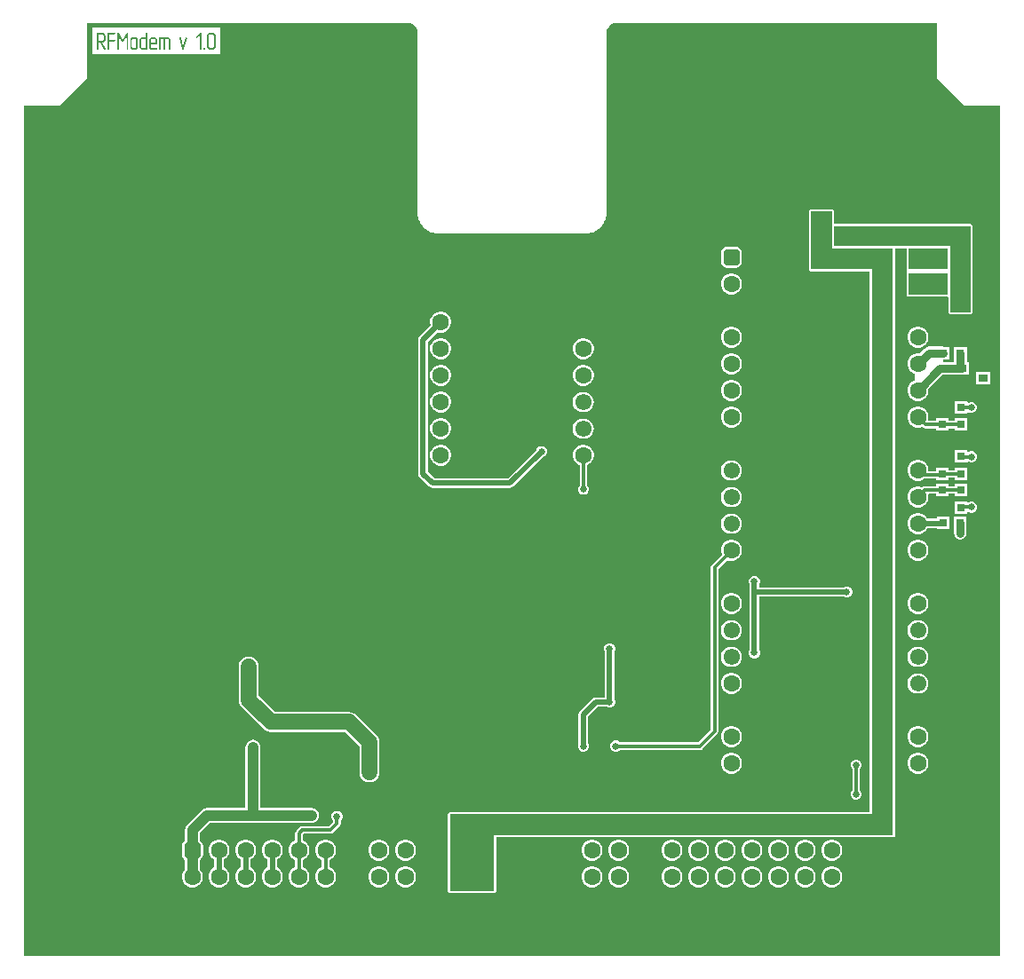
<source format=gtl>
G04*
G04 #@! TF.GenerationSoftware,Altium Limited,Altium Designer,22.1.2 (22)*
G04*
G04 Layer_Physical_Order=1*
G04 Layer_Color=255*
%FSAX44Y44*%
%MOMM*%
G71*
G04*
G04 #@! TF.SameCoordinates,84EC4855-0AA3-41C5-BBCE-46EE62212C49*
G04*
G04*
G04 #@! TF.FilePolarity,Positive*
G04*
G01*
G75*
%ADD14R,0.8000X1.4000*%
%ADD15R,0.8000X0.8000*%
%ADD16R,0.8000X0.8000*%
%ADD17R,0.9500X0.8000*%
%ADD18R,0.6000X1.2000*%
G04:AMPARAMS|DCode=19|XSize=0.6mm|YSize=1.2mm|CornerRadius=0.15mm|HoleSize=0mm|Usage=FLASHONLY|Rotation=0.000|XOffset=0mm|YOffset=0mm|HoleType=Round|Shape=RoundedRectangle|*
%AMROUNDEDRECTD19*
21,1,0.6000,0.9000,0,0,0.0*
21,1,0.3000,1.2000,0,0,0.0*
1,1,0.3000,0.1500,-0.4500*
1,1,0.3000,-0.1500,-0.4500*
1,1,0.3000,-0.1500,0.4500*
1,1,0.3000,0.1500,0.4500*
%
%ADD19ROUNDEDRECTD19*%
%ADD20C,1.6000*%
G04:AMPARAMS|DCode=21|XSize=1.6mm|YSize=1.6mm|CornerRadius=0.4mm|HoleSize=0mm|Usage=FLASHONLY|Rotation=0.000|XOffset=0mm|YOffset=0mm|HoleType=Round|Shape=RoundedRectangle|*
%AMROUNDEDRECTD21*
21,1,1.6000,0.8000,0,0,0.0*
21,1,0.8000,1.6000,0,0,0.0*
1,1,0.8000,0.4000,-0.4000*
1,1,0.8000,-0.4000,-0.4000*
1,1,0.8000,-0.4000,0.4000*
1,1,0.8000,0.4000,0.4000*
%
%ADD21ROUNDEDRECTD21*%
%ADD22O,3.8000X2.9000*%
%ADD23O,1.6000X1.5000*%
%ADD24C,0.3000*%
%ADD25C,1.5000*%
%ADD26C,1.0000*%
%ADD27C,0.5000*%
%ADD28C,0.8000*%
%ADD29C,0.4000*%
%ADD30C,0.6500*%
G36*
X00370000Y00894902D02*
X00370975D01*
X00372888Y00894522D01*
X00374690Y00893775D01*
X00376312Y00892691D01*
X00377691Y00891312D01*
X00378775Y00889690D01*
X00379522Y00887888D01*
X00379902Y00885975D01*
X00379902Y00885000D01*
Y00714000D01*
X00379927Y00713876D01*
X00379908Y00713750D01*
X00379981Y00712280D01*
X00380072Y00711913D01*
Y00711535D01*
X00380646Y00708651D01*
X00380838Y00708187D01*
X00380936Y00707695D01*
X00382061Y00704978D01*
X00382340Y00704561D01*
X00382533Y00704097D01*
X00384166Y00701652D01*
X00384521Y00701297D01*
X00384800Y00700879D01*
X00386879Y00698800D01*
X00387297Y00698521D01*
X00387652Y00698166D01*
X00390097Y00696533D01*
X00390561Y00696340D01*
X00390978Y00696061D01*
X00393695Y00694936D01*
X00394187Y00694838D01*
X00394651Y00694646D01*
X00397535Y00694072D01*
X00397913D01*
X00398280Y00693981D01*
X00399750Y00693908D01*
X00399875Y00693927D01*
X00400000Y00693902D01*
X00540000Y00693902D01*
X00540125Y00693927D01*
X00540250Y00693908D01*
X00541720Y00693980D01*
X00542087Y00694072D01*
X00542465D01*
X00545349Y00694646D01*
X00545813Y00694838D01*
X00546305Y00694936D01*
X00549022Y00696061D01*
X00549439Y00696340D01*
X00549903Y00696533D01*
X00552348Y00698166D01*
X00552703Y00698521D01*
X00553121Y00698800D01*
X00555200Y00700879D01*
X00555479Y00701297D01*
X00555834Y00701652D01*
X00557467Y00704097D01*
X00557660Y00704561D01*
X00557939Y00704978D01*
X00559064Y00707695D01*
X00559162Y00708187D01*
X00559354Y00708651D01*
X00559928Y00711535D01*
Y00711913D01*
X00560019Y00712280D01*
X00560092Y00713750D01*
X00560073Y00713875D01*
X00560098Y00714000D01*
X00560098Y00885000D01*
Y00885975D01*
X00560478Y00887888D01*
X00561225Y00889690D01*
X00562309Y00891312D01*
X00563688Y00892691D01*
X00565309Y00893775D01*
X00567112Y00894522D01*
X00569025Y00894902D01*
X00570000Y00894902D01*
X00874902Y00894902D01*
Y00844000D01*
X00875290Y00842049D01*
X00876395Y00840395D01*
X00899395Y00817395D01*
X00901049Y00816290D01*
X00903000Y00815902D01*
X00934902D01*
X00934902Y00005098D01*
X00005098Y00005098D01*
X00005098Y00815902D01*
X00037000Y00815902D01*
X00038951Y00816290D01*
X00040605Y00817395D01*
X00063605Y00840395D01*
X00064710Y00842049D01*
X00065098Y00844000D01*
Y00894902D01*
X00370000Y00894902D01*
D02*
G37*
%LPC*%
G36*
X00192091Y00890272D02*
X00069500D01*
Y00864728D01*
X00192091D01*
Y00890272D01*
D02*
G37*
G36*
X00683100Y00681418D02*
X00675100D01*
X00672759Y00680952D01*
X00670774Y00679626D01*
X00669448Y00677641D01*
X00668982Y00675300D01*
Y00667300D01*
X00669448Y00664959D01*
X00670774Y00662974D01*
X00672759Y00661648D01*
X00675100Y00661182D01*
X00683100D01*
X00685441Y00661648D01*
X00687426Y00662974D01*
X00688752Y00664959D01*
X00689218Y00667300D01*
Y00675300D01*
X00688752Y00677641D01*
X00687426Y00679626D01*
X00685441Y00680952D01*
X00683100Y00681418D01*
D02*
G37*
G36*
X00680417Y00655900D02*
X00677784D01*
X00675240Y00655219D01*
X00672960Y00653902D01*
X00671098Y00652040D01*
X00669781Y00649760D01*
X00669100Y00647217D01*
Y00644584D01*
X00669781Y00642040D01*
X00671098Y00639760D01*
X00672960Y00637898D01*
X00675240Y00636582D01*
X00677784Y00635900D01*
X00680417D01*
X00682960Y00636582D01*
X00685240Y00637898D01*
X00687102Y00639760D01*
X00688419Y00642040D01*
X00689100Y00644584D01*
Y00647217D01*
X00688419Y00649760D01*
X00687102Y00652040D01*
X00685240Y00653902D01*
X00682960Y00655219D01*
X00680417Y00655900D01*
D02*
G37*
G36*
X00775000Y00717039D02*
X00755000D01*
X00754220Y00716884D01*
X00753558Y00716442D01*
X00753116Y00715780D01*
X00752961Y00715000D01*
Y00660000D01*
X00753116Y00659220D01*
X00753558Y00658558D01*
X00754220Y00658116D01*
X00755000Y00657961D01*
X00810960D01*
X00810961Y00142039D01*
X00411000Y00142039D01*
X00410219Y00141884D01*
X00409558Y00141442D01*
X00409116Y00140780D01*
X00408961Y00140000D01*
X00408961Y00067000D01*
X00409116Y00066220D01*
X00409558Y00065558D01*
X00410220Y00065116D01*
X00411000Y00064961D01*
X00453000D01*
X00453780Y00065116D01*
X00454442Y00065558D01*
X00454884Y00066220D01*
X00455039Y00067000D01*
Y00117961D01*
X00833000Y00117961D01*
X00833780Y00118116D01*
X00834442Y00118558D01*
X00834884Y00119220D01*
X00835039Y00120000D01*
Y00679961D01*
X00845961D01*
Y00660000D01*
X00846116Y00659220D01*
X00846558Y00658558D01*
Y00657442D01*
X00846116Y00656780D01*
X00845961Y00656000D01*
Y00636000D01*
X00846116Y00635220D01*
X00846558Y00634558D01*
X00847220Y00634116D01*
X00848000Y00633961D01*
X00885000D01*
X00885961Y00632857D01*
X00885961Y00619000D01*
X00886116Y00618220D01*
X00886558Y00617558D01*
X00887220Y00617116D01*
X00888000Y00616961D01*
X00907000D01*
X00907780Y00617116D01*
X00908442Y00617558D01*
X00908884Y00618220D01*
X00909039Y00619000D01*
Y00701000D01*
X00908884Y00701780D01*
X00908442Y00702442D01*
X00907780Y00702884D01*
X00907000Y00703039D01*
X00777039D01*
Y00715000D01*
X00776884Y00715780D01*
X00776442Y00716442D01*
X00775780Y00716884D01*
X00775000Y00717039D01*
D02*
G37*
G36*
X00403316Y00619500D02*
X00400684D01*
X00398140Y00618819D01*
X00395860Y00617502D01*
X00393998Y00615640D01*
X00392682Y00613360D01*
X00392000Y00610816D01*
Y00608183D01*
X00392464Y00606452D01*
X00381756Y00595744D01*
X00380761Y00594256D01*
X00380412Y00592500D01*
Y00465000D01*
X00380761Y00463244D01*
X00381756Y00461756D01*
X00390756Y00452756D01*
X00392244Y00451761D01*
X00394000Y00451412D01*
X00468000D01*
X00469756Y00451761D01*
X00471244Y00452756D01*
X00499376Y00480887D01*
X00500974Y00481549D01*
X00502451Y00483026D01*
X00503250Y00484956D01*
Y00487044D01*
X00502451Y00488974D01*
X00500974Y00490451D01*
X00499044Y00491250D01*
X00496956D01*
X00495026Y00490451D01*
X00493549Y00488974D01*
X00492887Y00487376D01*
X00466100Y00460588D01*
X00395900D01*
X00389588Y00466900D01*
Y00590600D01*
X00398952Y00599964D01*
X00400684Y00599500D01*
X00403316D01*
X00405860Y00600182D01*
X00408140Y00601498D01*
X00410002Y00603360D01*
X00411319Y00605640D01*
X00412000Y00608183D01*
Y00610816D01*
X00411319Y00613360D01*
X00410002Y00615640D01*
X00408140Y00617502D01*
X00405860Y00618819D01*
X00403316Y00619500D01*
D02*
G37*
G36*
X00858217Y00605100D02*
X00855583D01*
X00853040Y00604419D01*
X00850760Y00603102D01*
X00848898Y00601240D01*
X00847581Y00598960D01*
X00846900Y00596417D01*
Y00593783D01*
X00847581Y00591240D01*
X00848898Y00588960D01*
X00850760Y00587098D01*
X00853040Y00585782D01*
X00855583Y00585100D01*
X00858217D01*
X00860760Y00585782D01*
X00863040Y00587098D01*
X00864902Y00588960D01*
X00866218Y00591240D01*
X00866900Y00593783D01*
Y00596417D01*
X00866218Y00598960D01*
X00864902Y00601240D01*
X00863040Y00603102D01*
X00860760Y00604419D01*
X00858217Y00605100D01*
D02*
G37*
G36*
X00680416Y00605100D02*
X00677784D01*
X00675240Y00604418D01*
X00672960Y00603102D01*
X00671098Y00601240D01*
X00669781Y00598960D01*
X00669100Y00596417D01*
Y00593783D01*
X00669781Y00591240D01*
X00671098Y00588960D01*
X00672960Y00587098D01*
X00675240Y00585782D01*
X00677784Y00585100D01*
X00680416D01*
X00682960Y00585782D01*
X00685240Y00587098D01*
X00687102Y00588960D01*
X00688419Y00591240D01*
X00689100Y00593783D01*
Y00596417D01*
X00688419Y00598960D01*
X00687102Y00601240D01*
X00685240Y00603102D01*
X00682960Y00604418D01*
X00680416Y00605100D01*
D02*
G37*
G36*
X00539316Y00594100D02*
X00536684D01*
X00534140Y00593419D01*
X00531860Y00592102D01*
X00529998Y00590240D01*
X00528681Y00587960D01*
X00528000Y00585416D01*
Y00582784D01*
X00528681Y00580240D01*
X00529998Y00577960D01*
X00531860Y00576098D01*
X00534140Y00574781D01*
X00536684Y00574100D01*
X00539316D01*
X00541860Y00574781D01*
X00544140Y00576098D01*
X00546002Y00577960D01*
X00547318Y00580240D01*
X00548000Y00582784D01*
Y00585416D01*
X00547318Y00587960D01*
X00546002Y00590240D01*
X00544140Y00592102D01*
X00541860Y00593419D01*
X00539316Y00594100D01*
D02*
G37*
G36*
X00403316D02*
X00400684D01*
X00398140Y00593419D01*
X00395860Y00592102D01*
X00393998Y00590240D01*
X00392682Y00587960D01*
X00392000Y00585416D01*
Y00582784D01*
X00392682Y00580240D01*
X00393998Y00577960D01*
X00395860Y00576098D01*
X00398140Y00574781D01*
X00400684Y00574100D01*
X00403316D01*
X00405860Y00574781D01*
X00408140Y00576098D01*
X00410002Y00577960D01*
X00411319Y00580240D01*
X00412000Y00582784D01*
Y00585416D01*
X00411319Y00587960D01*
X00410002Y00590240D01*
X00408140Y00592102D01*
X00405860Y00593419D01*
X00403316Y00594100D01*
D02*
G37*
G36*
X00897500Y00586118D02*
X00896909Y00586000D01*
X00891500D01*
Y00580591D01*
X00891382Y00580000D01*
Y00571401D01*
X00881000D01*
Y00573882D01*
X00881591Y00574000D01*
X00887000D01*
Y00579409D01*
X00887117Y00580000D01*
X00887000Y00580591D01*
Y00586000D01*
X00881591D01*
X00881000Y00586118D01*
X00867200D01*
X00864859Y00585652D01*
X00862874Y00584326D01*
X00858242Y00579693D01*
X00858216Y00579700D01*
X00855583D01*
X00853040Y00579019D01*
X00850760Y00577702D01*
X00848898Y00575840D01*
X00847581Y00573560D01*
X00846900Y00571017D01*
Y00568383D01*
X00847581Y00565840D01*
X00848898Y00563560D01*
X00850760Y00561698D01*
X00853040Y00560382D01*
X00854000Y00560124D01*
Y00553876D01*
X00853040Y00553619D01*
X00850760Y00552302D01*
X00848898Y00550440D01*
X00847581Y00548160D01*
X00846900Y00545617D01*
Y00542984D01*
X00847581Y00540440D01*
X00848898Y00538160D01*
X00850760Y00536298D01*
X00853040Y00534981D01*
X00855583Y00534300D01*
X00858216D01*
X00860760Y00534981D01*
X00863040Y00536298D01*
X00864902Y00538160D01*
X00866218Y00540440D01*
X00866900Y00542984D01*
Y00545617D01*
X00866893Y00545642D01*
X00880418Y00559166D01*
X00898784D01*
X00900462Y00559500D01*
X00905750D01*
Y00571500D01*
X00903617D01*
Y00580000D01*
X00903500Y00580591D01*
Y00586000D01*
X00898091D01*
X00897500Y00586118D01*
D02*
G37*
G36*
X00680417Y00579700D02*
X00677784D01*
X00675240Y00579019D01*
X00672960Y00577702D01*
X00671098Y00575840D01*
X00669781Y00573560D01*
X00669100Y00571017D01*
Y00568383D01*
X00669781Y00565840D01*
X00671098Y00563560D01*
X00672960Y00561698D01*
X00675240Y00560382D01*
X00677784Y00559700D01*
X00680417D01*
X00682960Y00560382D01*
X00685240Y00561698D01*
X00687102Y00563560D01*
X00688419Y00565840D01*
X00689100Y00568383D01*
Y00571017D01*
X00688419Y00573560D01*
X00687102Y00575840D01*
X00685240Y00577702D01*
X00682960Y00579019D01*
X00680417Y00579700D01*
D02*
G37*
G36*
X00925750Y00562000D02*
X00912250D01*
Y00550000D01*
X00925750D01*
Y00562000D01*
D02*
G37*
G36*
X00539316Y00568700D02*
X00536684D01*
X00534140Y00568018D01*
X00531860Y00566702D01*
X00529998Y00564840D01*
X00528681Y00562560D01*
X00528000Y00560017D01*
Y00557383D01*
X00528681Y00554840D01*
X00529998Y00552560D01*
X00531860Y00550698D01*
X00534140Y00549381D01*
X00536684Y00548700D01*
X00539316D01*
X00541860Y00549381D01*
X00544140Y00550698D01*
X00546002Y00552560D01*
X00547318Y00554840D01*
X00548000Y00557383D01*
Y00560017D01*
X00547318Y00562560D01*
X00546002Y00564840D01*
X00544140Y00566702D01*
X00541860Y00568018D01*
X00539316Y00568700D01*
D02*
G37*
G36*
X00403316D02*
X00400684D01*
X00398140Y00568018D01*
X00395860Y00566702D01*
X00393998Y00564840D01*
X00392682Y00562560D01*
X00392000Y00560017D01*
Y00557383D01*
X00392682Y00554840D01*
X00393998Y00552560D01*
X00395860Y00550698D01*
X00398140Y00549381D01*
X00400684Y00548700D01*
X00403316D01*
X00405860Y00549381D01*
X00408140Y00550698D01*
X00410002Y00552560D01*
X00411319Y00554840D01*
X00412000Y00557383D01*
Y00560017D01*
X00411319Y00562560D01*
X00410002Y00564840D01*
X00408140Y00566702D01*
X00405860Y00568018D01*
X00403316Y00568700D01*
D02*
G37*
G36*
X00680416Y00554300D02*
X00677784D01*
X00675240Y00553619D01*
X00672960Y00552302D01*
X00671098Y00550440D01*
X00669781Y00548160D01*
X00669100Y00545617D01*
Y00542984D01*
X00669781Y00540440D01*
X00671098Y00538160D01*
X00672960Y00536298D01*
X00675240Y00534981D01*
X00677784Y00534300D01*
X00680416D01*
X00682960Y00534981D01*
X00685240Y00536298D01*
X00687102Y00538160D01*
X00688419Y00540440D01*
X00689100Y00542984D01*
Y00545617D01*
X00688419Y00548160D01*
X00687102Y00550440D01*
X00685240Y00552302D01*
X00682960Y00553619D01*
X00680416Y00554300D01*
D02*
G37*
G36*
X00538500Y00542882D02*
X00537500D01*
X00535020Y00542556D01*
X00532709Y00541598D01*
X00530724Y00540075D01*
X00529202Y00538091D01*
X00528245Y00535780D01*
X00527918Y00533300D01*
X00528245Y00530820D01*
X00529202Y00528509D01*
X00530724Y00526525D01*
X00532709Y00525002D01*
X00535020Y00524044D01*
X00537500Y00523718D01*
X00538500D01*
X00540980Y00524044D01*
X00543291Y00525002D01*
X00545275Y00526525D01*
X00546798Y00528509D01*
X00547755Y00530820D01*
X00548082Y00533300D01*
X00547755Y00535780D01*
X00546798Y00538091D01*
X00545275Y00540075D01*
X00543291Y00541598D01*
X00540980Y00542556D01*
X00538500Y00542882D01*
D02*
G37*
G36*
X00403316Y00543300D02*
X00400684D01*
X00398140Y00542618D01*
X00395860Y00541302D01*
X00393998Y00539440D01*
X00392682Y00537160D01*
X00392000Y00534617D01*
Y00531983D01*
X00392682Y00529440D01*
X00393998Y00527160D01*
X00395860Y00525298D01*
X00398140Y00523982D01*
X00400684Y00523300D01*
X00403316D01*
X00405860Y00523982D01*
X00408140Y00525298D01*
X00410002Y00527160D01*
X00411319Y00529440D01*
X00412000Y00531983D01*
Y00534617D01*
X00411319Y00537160D01*
X00410002Y00539440D01*
X00408140Y00541302D01*
X00405860Y00542618D01*
X00403316Y00543300D01*
D02*
G37*
G36*
X00904000Y00534250D02*
X00892000D01*
Y00522250D01*
X00904000D01*
Y00522779D01*
X00904413Y00523089D01*
X00905270Y00523448D01*
X00906956Y00522750D01*
X00909044D01*
X00910974Y00523549D01*
X00912451Y00525026D01*
X00913250Y00526956D01*
Y00529044D01*
X00912451Y00530974D01*
X00910974Y00532451D01*
X00909044Y00533250D01*
X00906956D01*
X00905270Y00532552D01*
X00904413Y00532911D01*
X00904000Y00533221D01*
Y00534250D01*
D02*
G37*
G36*
X00680417Y00528900D02*
X00677784D01*
X00675240Y00528218D01*
X00672960Y00526902D01*
X00671098Y00525040D01*
X00669781Y00522760D01*
X00669100Y00520216D01*
Y00517584D01*
X00669781Y00515040D01*
X00671098Y00512760D01*
X00672960Y00510898D01*
X00675240Y00509581D01*
X00677784Y00508900D01*
X00680417D01*
X00682960Y00509581D01*
X00685240Y00510898D01*
X00687102Y00512760D01*
X00688419Y00515040D01*
X00689100Y00517584D01*
Y00520216D01*
X00688419Y00522760D01*
X00687102Y00525040D01*
X00685240Y00526902D01*
X00682960Y00528218D01*
X00680417Y00528900D01*
D02*
G37*
G36*
X00858216D02*
X00855583D01*
X00853040Y00528218D01*
X00850760Y00526902D01*
X00848898Y00525040D01*
X00847581Y00522760D01*
X00846900Y00520216D01*
Y00517584D01*
X00847581Y00515040D01*
X00848898Y00512760D01*
X00850760Y00510898D01*
X00853040Y00509581D01*
X00855583Y00508900D01*
X00858216D01*
X00860760Y00509581D01*
X00861021Y00509732D01*
X00861527Y00509227D01*
X00862684Y00508453D01*
X00864050Y00508181D01*
X00874000D01*
Y00505750D01*
X00886000D01*
Y00508181D01*
X00892000D01*
Y00505750D01*
X00904000D01*
Y00517750D01*
X00892000D01*
Y00515319D01*
X00886000D01*
Y00517750D01*
X00874000D01*
Y00515319D01*
X00867336D01*
X00866563Y00516326D01*
X00866900Y00517584D01*
Y00520216D01*
X00866218Y00522760D01*
X00864902Y00525040D01*
X00863040Y00526902D01*
X00860760Y00528218D01*
X00858216Y00528900D01*
D02*
G37*
G36*
X00538500Y00517482D02*
X00537500D01*
X00535020Y00517155D01*
X00532709Y00516198D01*
X00530724Y00514675D01*
X00529202Y00512691D01*
X00528245Y00510380D01*
X00527918Y00507900D01*
X00528245Y00505420D01*
X00529202Y00503109D01*
X00530724Y00501125D01*
X00532709Y00499602D01*
X00535020Y00498644D01*
X00537500Y00498318D01*
X00538500D01*
X00540980Y00498644D01*
X00543291Y00499602D01*
X00545275Y00501125D01*
X00546798Y00503109D01*
X00547755Y00505420D01*
X00548082Y00507900D01*
X00547755Y00510380D01*
X00546798Y00512691D01*
X00545275Y00514675D01*
X00543291Y00516198D01*
X00540980Y00517155D01*
X00538500Y00517482D01*
D02*
G37*
G36*
X00403316Y00517900D02*
X00400684D01*
X00398140Y00517219D01*
X00395860Y00515902D01*
X00393998Y00514040D01*
X00392682Y00511760D01*
X00392000Y00509216D01*
Y00506584D01*
X00392682Y00504040D01*
X00393998Y00501760D01*
X00395860Y00499898D01*
X00398140Y00498582D01*
X00400684Y00497900D01*
X00403316D01*
X00405860Y00498582D01*
X00408140Y00499898D01*
X00410002Y00501760D01*
X00411319Y00504040D01*
X00412000Y00506584D01*
Y00509216D01*
X00411319Y00511760D01*
X00410002Y00514040D01*
X00408140Y00515902D01*
X00405860Y00517219D01*
X00403316Y00517900D01*
D02*
G37*
G36*
X00904000Y00487250D02*
X00892000D01*
Y00475250D01*
X00904000D01*
Y00475779D01*
X00904413Y00476089D01*
X00905270Y00476448D01*
X00906956Y00475750D01*
X00909044D01*
X00910974Y00476549D01*
X00912451Y00478026D01*
X00913250Y00479956D01*
Y00482044D01*
X00912451Y00483974D01*
X00910974Y00485451D01*
X00909044Y00486250D01*
X00906956D01*
X00905270Y00485552D01*
X00904413Y00485911D01*
X00904000Y00486221D01*
Y00487250D01*
D02*
G37*
G36*
X00403316Y00492500D02*
X00400684D01*
X00398140Y00491819D01*
X00395860Y00490502D01*
X00393998Y00488640D01*
X00392682Y00486360D01*
X00392000Y00483817D01*
Y00481184D01*
X00392682Y00478640D01*
X00393998Y00476360D01*
X00395860Y00474498D01*
X00398140Y00473181D01*
X00400684Y00472500D01*
X00403316D01*
X00405860Y00473181D01*
X00408140Y00474498D01*
X00410002Y00476360D01*
X00411319Y00478640D01*
X00412000Y00481184D01*
Y00483817D01*
X00411319Y00486360D01*
X00410002Y00488640D01*
X00408140Y00490502D01*
X00405860Y00491819D01*
X00403316Y00492500D01*
D02*
G37*
G36*
X00858217Y00478100D02*
X00855583D01*
X00853040Y00477419D01*
X00850760Y00476102D01*
X00848898Y00474240D01*
X00847581Y00471960D01*
X00846900Y00469417D01*
Y00466783D01*
X00847581Y00464240D01*
X00848898Y00461960D01*
X00850760Y00460098D01*
X00853040Y00458782D01*
X00855583Y00458100D01*
X00858217D01*
X00860760Y00458782D01*
X00863040Y00460098D01*
X00863324Y00460382D01*
X00874000D01*
Y00458750D01*
X00886000D01*
Y00461181D01*
X00892000D01*
Y00458750D01*
X00904000D01*
Y00470750D01*
X00892000D01*
Y00468319D01*
X00886000D01*
Y00470750D01*
X00874000D01*
Y00467519D01*
X00866900D01*
Y00469417D01*
X00866218Y00471960D01*
X00864902Y00474240D01*
X00863040Y00476102D01*
X00860760Y00477419D01*
X00858217Y00478100D01*
D02*
G37*
G36*
X00679600Y00477682D02*
X00678600D01*
X00676120Y00477355D01*
X00673809Y00476398D01*
X00671825Y00474875D01*
X00670302Y00472891D01*
X00669345Y00470580D01*
X00669018Y00468100D01*
X00669345Y00465620D01*
X00670302Y00463309D01*
X00671825Y00461325D01*
X00673809Y00459802D01*
X00676120Y00458845D01*
X00678600Y00458518D01*
X00679600D01*
X00682080Y00458845D01*
X00684391Y00459802D01*
X00686376Y00461325D01*
X00687898Y00463309D01*
X00688856Y00465620D01*
X00689182Y00468100D01*
X00688856Y00470580D01*
X00687898Y00472891D01*
X00686376Y00474875D01*
X00684391Y00476398D01*
X00682080Y00477355D01*
X00679600Y00477682D01*
D02*
G37*
G36*
X00904000Y00455250D02*
X00892000D01*
Y00452819D01*
X00886000D01*
Y00455250D01*
X00874000D01*
Y00452819D01*
X00863450D01*
X00862084Y00452547D01*
X00861046Y00451853D01*
X00860760Y00452019D01*
X00858216Y00452700D01*
X00855583D01*
X00853040Y00452019D01*
X00850760Y00450702D01*
X00848898Y00448840D01*
X00847581Y00446560D01*
X00846900Y00444017D01*
Y00441384D01*
X00847581Y00438840D01*
X00848898Y00436560D01*
X00850760Y00434698D01*
X00853040Y00433382D01*
X00855583Y00432700D01*
X00858216D01*
X00860760Y00433382D01*
X00863040Y00434698D01*
X00864902Y00436560D01*
X00866218Y00438840D01*
X00866900Y00441384D01*
Y00444017D01*
X00866724Y00444674D01*
X00867497Y00445681D01*
X00874000D01*
Y00443250D01*
X00886000D01*
Y00445681D01*
X00892000D01*
Y00443250D01*
X00904000D01*
Y00455250D01*
D02*
G37*
G36*
X00539316Y00492500D02*
X00536684D01*
X00534140Y00491819D01*
X00531860Y00490502D01*
X00529998Y00488640D01*
X00528681Y00486360D01*
X00528000Y00483817D01*
Y00481184D01*
X00528681Y00478640D01*
X00529998Y00476360D01*
X00531860Y00474498D01*
X00534140Y00473181D01*
X00534431Y00473103D01*
Y00453856D01*
X00533549Y00452974D01*
X00532750Y00451044D01*
Y00448956D01*
X00533549Y00447026D01*
X00535026Y00445549D01*
X00536956Y00444750D01*
X00539044D01*
X00540974Y00445549D01*
X00542451Y00447026D01*
X00543250Y00448956D01*
Y00451044D01*
X00542451Y00452974D01*
X00541569Y00453856D01*
Y00473103D01*
X00541860Y00473181D01*
X00544140Y00474498D01*
X00546002Y00476360D01*
X00547318Y00478640D01*
X00548000Y00481184D01*
Y00483817D01*
X00547318Y00486360D01*
X00546002Y00488640D01*
X00544140Y00490502D01*
X00541860Y00491819D01*
X00539316Y00492500D01*
D02*
G37*
G36*
X00679600Y00452282D02*
X00678600D01*
X00676120Y00451955D01*
X00673809Y00450998D01*
X00671825Y00449476D01*
X00670302Y00447491D01*
X00669345Y00445180D01*
X00669018Y00442700D01*
X00669345Y00440220D01*
X00670302Y00437909D01*
X00671825Y00435925D01*
X00673809Y00434402D01*
X00676120Y00433445D01*
X00678600Y00433118D01*
X00679600D01*
X00682080Y00433445D01*
X00684391Y00434402D01*
X00686376Y00435925D01*
X00687898Y00437909D01*
X00688856Y00440220D01*
X00689182Y00442700D01*
X00688856Y00445180D01*
X00687898Y00447491D01*
X00686376Y00449476D01*
X00684391Y00450998D01*
X00682080Y00451955D01*
X00679600Y00452282D01*
D02*
G37*
G36*
X00904000Y00438750D02*
X00892000D01*
Y00426750D01*
X00904000D01*
Y00427779D01*
X00904413Y00428089D01*
X00905270Y00428448D01*
X00906956Y00427750D01*
X00909044D01*
X00910974Y00428549D01*
X00912451Y00430026D01*
X00913250Y00431956D01*
Y00434044D01*
X00912451Y00435974D01*
X00910974Y00437451D01*
X00909044Y00438250D01*
X00906956D01*
X00905270Y00437552D01*
X00904413Y00437911D01*
X00904000Y00438221D01*
Y00438750D01*
D02*
G37*
G36*
X00858216Y00427300D02*
X00855583D01*
X00853040Y00426618D01*
X00850760Y00425302D01*
X00848898Y00423440D01*
X00847581Y00421160D01*
X00846900Y00418617D01*
Y00415984D01*
X00847581Y00413440D01*
X00848898Y00411160D01*
X00850760Y00409298D01*
X00853040Y00407981D01*
X00855583Y00407300D01*
X00858216D01*
X00860760Y00407981D01*
X00863040Y00409298D01*
X00864902Y00411160D01*
X00865798Y00412712D01*
X00874750D01*
Y00412000D01*
X00886750D01*
Y00424000D01*
X00874750D01*
Y00421888D01*
X00865798D01*
X00864902Y00423440D01*
X00863040Y00425302D01*
X00860760Y00426618D01*
X00858216Y00427300D01*
D02*
G37*
G36*
X00679600Y00426882D02*
X00678600D01*
X00676120Y00426555D01*
X00673809Y00425598D01*
X00671825Y00424076D01*
X00670302Y00422091D01*
X00669345Y00419780D01*
X00669018Y00417300D01*
X00669345Y00414820D01*
X00670302Y00412509D01*
X00671825Y00410525D01*
X00673809Y00409002D01*
X00676120Y00408045D01*
X00678600Y00407718D01*
X00679600D01*
X00682080Y00408045D01*
X00684391Y00409002D01*
X00686376Y00410525D01*
X00687898Y00412509D01*
X00688856Y00414820D01*
X00689182Y00417300D01*
X00688856Y00419780D01*
X00687898Y00422091D01*
X00686376Y00424076D01*
X00684391Y00425598D01*
X00682080Y00426555D01*
X00679600Y00426882D01*
D02*
G37*
G36*
X00897250Y00424118D02*
X00896659Y00424000D01*
X00891250D01*
Y00418591D01*
X00891132Y00418000D01*
Y00408250D01*
X00891598Y00405909D01*
X00892924Y00403924D01*
X00894909Y00402598D01*
X00897250Y00402132D01*
X00899591Y00402598D01*
X00901576Y00403924D01*
X00902902Y00405909D01*
X00903367Y00408250D01*
Y00418000D01*
X00903250Y00418591D01*
Y00424000D01*
X00897841D01*
X00897250Y00424118D01*
D02*
G37*
G36*
X00858216Y00401900D02*
X00855583D01*
X00853040Y00401218D01*
X00850760Y00399902D01*
X00848898Y00398040D01*
X00847581Y00395760D01*
X00846900Y00393217D01*
Y00390583D01*
X00847581Y00388040D01*
X00848898Y00385760D01*
X00850760Y00383898D01*
X00853040Y00382581D01*
X00855583Y00381900D01*
X00858216D01*
X00860760Y00382581D01*
X00863040Y00383898D01*
X00864902Y00385760D01*
X00866218Y00388040D01*
X00866900Y00390583D01*
Y00393217D01*
X00866218Y00395760D01*
X00864902Y00398040D01*
X00863040Y00399902D01*
X00860760Y00401218D01*
X00858216Y00401900D01*
D02*
G37*
G36*
X00680416D02*
X00677784D01*
X00675240Y00401218D01*
X00672960Y00399902D01*
X00671098Y00398040D01*
X00669781Y00395760D01*
X00669100Y00393217D01*
Y00390583D01*
X00669781Y00388040D01*
X00669932Y00387779D01*
X00660477Y00378323D01*
X00659703Y00377166D01*
X00659431Y00375800D01*
Y00220478D01*
X00647522Y00208569D01*
X00572856D01*
X00571974Y00209451D01*
X00570044Y00210250D01*
X00567956D01*
X00566026Y00209451D01*
X00564549Y00207974D01*
X00563750Y00206044D01*
Y00203956D01*
X00564549Y00202026D01*
X00566026Y00200549D01*
X00567956Y00199750D01*
X00570044D01*
X00571974Y00200549D01*
X00572856Y00201431D01*
X00649000D01*
X00650366Y00201703D01*
X00651523Y00202477D01*
X00665523Y00216477D01*
X00666297Y00217634D01*
X00666569Y00219000D01*
Y00374322D01*
X00674979Y00382732D01*
X00675240Y00382581D01*
X00677784Y00381900D01*
X00680416D01*
X00682960Y00382581D01*
X00685240Y00383898D01*
X00687102Y00385760D01*
X00688419Y00388040D01*
X00689100Y00390583D01*
Y00393217D01*
X00688419Y00395760D01*
X00687102Y00398040D01*
X00685240Y00399902D01*
X00682960Y00401218D01*
X00680416Y00401900D01*
D02*
G37*
G36*
X00702044Y00367250D02*
X00699956D01*
X00698026Y00366451D01*
X00696549Y00364974D01*
X00695750Y00363044D01*
Y00360956D01*
X00696412Y00359358D01*
Y00352000D01*
Y00296642D01*
X00695750Y00295044D01*
Y00292956D01*
X00696549Y00291026D01*
X00698026Y00289549D01*
X00699956Y00288750D01*
X00702044D01*
X00703974Y00289549D01*
X00705451Y00291026D01*
X00706250Y00292956D01*
Y00295044D01*
X00705588Y00296642D01*
Y00347412D01*
X00786358D01*
X00787956Y00346750D01*
X00790044D01*
X00791974Y00347549D01*
X00793451Y00349026D01*
X00794250Y00350956D01*
Y00353044D01*
X00793451Y00354974D01*
X00791974Y00356451D01*
X00790044Y00357250D01*
X00787956D01*
X00786358Y00356588D01*
X00705588D01*
Y00359358D01*
X00706250Y00360956D01*
Y00363044D01*
X00705451Y00364974D01*
X00703974Y00366451D01*
X00702044Y00367250D01*
D02*
G37*
G36*
X00858216Y00351100D02*
X00855583D01*
X00853040Y00350419D01*
X00850760Y00349102D01*
X00848898Y00347240D01*
X00847581Y00344960D01*
X00846900Y00342417D01*
Y00339784D01*
X00847581Y00337240D01*
X00848898Y00334960D01*
X00850760Y00333098D01*
X00853040Y00331782D01*
X00855583Y00331100D01*
X00858216D01*
X00860760Y00331782D01*
X00863040Y00333098D01*
X00864902Y00334960D01*
X00866218Y00337240D01*
X00866900Y00339784D01*
Y00342417D01*
X00866218Y00344960D01*
X00864902Y00347240D01*
X00863040Y00349102D01*
X00860760Y00350419D01*
X00858216Y00351100D01*
D02*
G37*
G36*
X00680417D02*
X00677784D01*
X00675240Y00350419D01*
X00672960Y00349102D01*
X00671098Y00347240D01*
X00669781Y00344960D01*
X00669100Y00342417D01*
Y00339784D01*
X00669781Y00337240D01*
X00671098Y00334960D01*
X00672960Y00333098D01*
X00675240Y00331782D01*
X00677784Y00331100D01*
X00680417D01*
X00682960Y00331782D01*
X00685240Y00333098D01*
X00687102Y00334960D01*
X00688419Y00337240D01*
X00689100Y00339784D01*
Y00342417D01*
X00688419Y00344960D01*
X00687102Y00347240D01*
X00685240Y00349102D01*
X00682960Y00350419D01*
X00680417Y00351100D01*
D02*
G37*
G36*
X00679600Y00325282D02*
X00678600D01*
X00676120Y00324955D01*
X00673809Y00323998D01*
X00671825Y00322476D01*
X00670302Y00320491D01*
X00669345Y00318180D01*
X00669018Y00315700D01*
X00669345Y00313220D01*
X00670302Y00310909D01*
X00671825Y00308925D01*
X00673809Y00307402D01*
X00676120Y00306445D01*
X00678600Y00306118D01*
X00679600D01*
X00682080Y00306445D01*
X00684391Y00307402D01*
X00686376Y00308925D01*
X00687898Y00310909D01*
X00688856Y00313220D01*
X00689182Y00315700D01*
X00688856Y00318180D01*
X00687898Y00320491D01*
X00686376Y00322476D01*
X00684391Y00323998D01*
X00682080Y00324955D01*
X00679600Y00325282D01*
D02*
G37*
G36*
X00857400Y00325282D02*
X00856400D01*
X00853920Y00324955D01*
X00851609Y00323998D01*
X00849625Y00322476D01*
X00848102Y00320491D01*
X00847145Y00318180D01*
X00846818Y00315700D01*
X00847145Y00313220D01*
X00848102Y00310909D01*
X00849625Y00308925D01*
X00851609Y00307402D01*
X00853920Y00306445D01*
X00856400Y00306118D01*
X00857400D01*
X00859880Y00306445D01*
X00862191Y00307402D01*
X00864175Y00308925D01*
X00865698Y00310909D01*
X00866656Y00313220D01*
X00866982Y00315700D01*
X00866656Y00318180D01*
X00865698Y00320491D01*
X00864175Y00322476D01*
X00862191Y00323998D01*
X00859880Y00324955D01*
X00857400Y00325282D01*
D02*
G37*
G36*
Y00299882D02*
X00856400D01*
X00853920Y00299555D01*
X00851609Y00298598D01*
X00849625Y00297076D01*
X00848102Y00295091D01*
X00847145Y00292780D01*
X00846818Y00290300D01*
X00847145Y00287820D01*
X00848102Y00285509D01*
X00849625Y00283525D01*
X00851609Y00282002D01*
X00853920Y00281045D01*
X00856400Y00280718D01*
X00857400D01*
X00859880Y00281045D01*
X00862191Y00282002D01*
X00864175Y00283525D01*
X00865698Y00285509D01*
X00866656Y00287820D01*
X00866982Y00290300D01*
X00866656Y00292780D01*
X00865698Y00295091D01*
X00864175Y00297076D01*
X00862191Y00298598D01*
X00859880Y00299555D01*
X00857400Y00299882D01*
D02*
G37*
G36*
X00679600D02*
X00678600D01*
X00676120Y00299555D01*
X00673809Y00298598D01*
X00671825Y00297076D01*
X00670302Y00295091D01*
X00669345Y00292780D01*
X00669018Y00290300D01*
X00669345Y00287820D01*
X00670302Y00285509D01*
X00671825Y00283525D01*
X00673809Y00282002D01*
X00676120Y00281045D01*
X00678600Y00280718D01*
X00679600D01*
X00682080Y00281045D01*
X00684391Y00282002D01*
X00686376Y00283525D01*
X00687898Y00285509D01*
X00688856Y00287820D01*
X00689182Y00290300D01*
X00688856Y00292780D01*
X00687898Y00295091D01*
X00686376Y00297076D01*
X00684391Y00298598D01*
X00682080Y00299555D01*
X00679600Y00299882D01*
D02*
G37*
G36*
X00857400Y00274482D02*
X00856400D01*
X00853920Y00274156D01*
X00851609Y00273198D01*
X00849625Y00271675D01*
X00848102Y00269691D01*
X00847145Y00267380D01*
X00846818Y00264900D01*
X00847145Y00262420D01*
X00848102Y00260109D01*
X00849625Y00258125D01*
X00851609Y00256602D01*
X00853920Y00255645D01*
X00856400Y00255318D01*
X00857400D01*
X00859880Y00255645D01*
X00862191Y00256602D01*
X00864175Y00258125D01*
X00865698Y00260109D01*
X00866656Y00262420D01*
X00866982Y00264900D01*
X00866656Y00267380D01*
X00865698Y00269691D01*
X00864175Y00271675D01*
X00862191Y00273198D01*
X00859880Y00274156D01*
X00857400Y00274482D01*
D02*
G37*
G36*
X00680416Y00274900D02*
X00677784D01*
X00675240Y00274219D01*
X00672960Y00272902D01*
X00671098Y00271040D01*
X00669781Y00268760D01*
X00669100Y00266217D01*
Y00263584D01*
X00669781Y00261040D01*
X00671098Y00258760D01*
X00672960Y00256898D01*
X00675240Y00255581D01*
X00677784Y00254900D01*
X00680416D01*
X00682960Y00255581D01*
X00685240Y00256898D01*
X00687102Y00258760D01*
X00688419Y00261040D01*
X00689100Y00263584D01*
Y00266217D01*
X00688419Y00268760D01*
X00687102Y00271040D01*
X00685240Y00272902D01*
X00682960Y00274219D01*
X00680416Y00274900D01*
D02*
G37*
G36*
X00564044Y00303250D02*
X00561956D01*
X00560026Y00302451D01*
X00558549Y00300974D01*
X00557750Y00299044D01*
Y00296956D01*
X00558412Y00295358D01*
Y00251588D01*
X00550000D01*
X00548244Y00251239D01*
X00546756Y00250244D01*
X00534756Y00238244D01*
X00533761Y00236756D01*
X00533412Y00235000D01*
Y00207642D01*
X00532750Y00206044D01*
Y00203956D01*
X00533549Y00202026D01*
X00535026Y00200549D01*
X00536956Y00199750D01*
X00539044D01*
X00540974Y00200549D01*
X00542451Y00202026D01*
X00543250Y00203956D01*
Y00206044D01*
X00542588Y00207642D01*
Y00233099D01*
X00551900Y00242412D01*
X00560358D01*
X00561956Y00241750D01*
X00564044D01*
X00565974Y00242549D01*
X00567451Y00244026D01*
X00568250Y00245956D01*
Y00248044D01*
X00567588Y00249642D01*
Y00295358D01*
X00568250Y00296956D01*
Y00299044D01*
X00567451Y00300974D01*
X00565974Y00302451D01*
X00564044Y00303250D01*
D02*
G37*
G36*
X00680416Y00224100D02*
X00677784D01*
X00675240Y00223419D01*
X00672960Y00222102D01*
X00671098Y00220240D01*
X00669781Y00217960D01*
X00669100Y00215417D01*
Y00212784D01*
X00669781Y00210240D01*
X00671098Y00207960D01*
X00672960Y00206098D01*
X00675240Y00204782D01*
X00677784Y00204100D01*
X00680416D01*
X00682960Y00204782D01*
X00685240Y00206098D01*
X00687102Y00207960D01*
X00688419Y00210240D01*
X00689100Y00212784D01*
Y00215417D01*
X00688419Y00217960D01*
X00687102Y00220240D01*
X00685240Y00222102D01*
X00682960Y00223419D01*
X00680416Y00224100D01*
D02*
G37*
G36*
X00858216Y00224100D02*
X00855583D01*
X00853040Y00223419D01*
X00850760Y00222102D01*
X00848898Y00220240D01*
X00847581Y00217960D01*
X00846900Y00215417D01*
Y00212784D01*
X00847581Y00210240D01*
X00848898Y00207960D01*
X00850760Y00206098D01*
X00853040Y00204781D01*
X00855583Y00204100D01*
X00858216D01*
X00860760Y00204781D01*
X00863040Y00206098D01*
X00864902Y00207960D01*
X00866218Y00210240D01*
X00866900Y00212784D01*
Y00215417D01*
X00866218Y00217960D01*
X00864902Y00220240D01*
X00863040Y00222102D01*
X00860760Y00223419D01*
X00858216Y00224100D01*
D02*
G37*
G36*
X00680417Y00198700D02*
X00677784D01*
X00675240Y00198019D01*
X00672960Y00196702D01*
X00671098Y00194840D01*
X00669781Y00192560D01*
X00669100Y00190017D01*
Y00187383D01*
X00669781Y00184840D01*
X00671098Y00182560D01*
X00672960Y00180698D01*
X00675240Y00179382D01*
X00677784Y00178700D01*
X00680417D01*
X00682960Y00179382D01*
X00685240Y00180698D01*
X00687102Y00182560D01*
X00688419Y00184840D01*
X00689100Y00187383D01*
Y00190017D01*
X00688419Y00192560D01*
X00687102Y00194840D01*
X00685240Y00196702D01*
X00682960Y00198019D01*
X00680417Y00198700D01*
D02*
G37*
G36*
X00858216Y00198700D02*
X00855583D01*
X00853040Y00198018D01*
X00850760Y00196702D01*
X00848898Y00194840D01*
X00847581Y00192560D01*
X00846900Y00190017D01*
Y00187383D01*
X00847581Y00184840D01*
X00848898Y00182560D01*
X00850760Y00180698D01*
X00853040Y00179382D01*
X00855583Y00178700D01*
X00858216D01*
X00860760Y00179382D01*
X00863040Y00180698D01*
X00864902Y00182560D01*
X00866218Y00184840D01*
X00866900Y00187383D01*
Y00190017D01*
X00866218Y00192560D01*
X00864902Y00194840D01*
X00863040Y00196702D01*
X00860760Y00198018D01*
X00858216Y00198700D01*
D02*
G37*
G36*
X00219000Y00290582D02*
X00216520Y00290256D01*
X00214209Y00289298D01*
X00212225Y00287775D01*
X00210702Y00285791D01*
X00209744Y00283480D01*
X00209418Y00281000D01*
Y00269000D01*
Y00257000D01*
Y00249000D01*
X00209744Y00246520D01*
X00210702Y00244209D01*
X00212225Y00242225D01*
X00233225Y00221225D01*
X00235209Y00219702D01*
X00237520Y00218745D01*
X00240000Y00218418D01*
X00311031D01*
X00324418Y00205031D01*
Y00180000D01*
X00324744Y00177520D01*
X00325702Y00175209D01*
X00327225Y00173225D01*
X00329209Y00171702D01*
X00331520Y00170744D01*
X00334000Y00170418D01*
X00336480Y00170744D01*
X00338791Y00171702D01*
X00340775Y00173225D01*
X00342298Y00175209D01*
X00343255Y00177520D01*
X00343582Y00180000D01*
Y00209000D01*
X00343255Y00211480D01*
X00342298Y00213791D01*
X00340775Y00215776D01*
X00321776Y00234776D01*
X00319791Y00236298D01*
X00317480Y00237255D01*
X00315000Y00237582D01*
X00243969D01*
X00228582Y00252969D01*
Y00257000D01*
Y00269000D01*
Y00281000D01*
X00228255Y00283480D01*
X00227298Y00285791D01*
X00225775Y00287775D01*
X00223791Y00289298D01*
X00221480Y00290256D01*
X00219000Y00290582D01*
D02*
G37*
G36*
X00799044Y00192250D02*
X00796956D01*
X00795026Y00191451D01*
X00793549Y00189974D01*
X00792750Y00188044D01*
Y00185956D01*
X00793549Y00184026D01*
X00794431Y00183144D01*
Y00162856D01*
X00793549Y00161974D01*
X00792750Y00160044D01*
Y00157956D01*
X00793549Y00156026D01*
X00795026Y00154549D01*
X00796956Y00153750D01*
X00799044D01*
X00800974Y00154549D01*
X00802451Y00156026D01*
X00803250Y00157956D01*
Y00160044D01*
X00802451Y00161974D01*
X00801569Y00162856D01*
Y00183144D01*
X00802451Y00184026D01*
X00803250Y00185956D01*
Y00188044D01*
X00802451Y00189974D01*
X00800974Y00191451D01*
X00799044Y00192250D01*
D02*
G37*
G36*
X00776116Y00115700D02*
X00773484D01*
X00770940Y00115019D01*
X00768660Y00113702D01*
X00766798Y00111840D01*
X00765481Y00109560D01*
X00764800Y00107017D01*
Y00104383D01*
X00765481Y00101840D01*
X00766798Y00099560D01*
X00768660Y00097698D01*
X00770940Y00096382D01*
X00773484Y00095700D01*
X00776116D01*
X00778660Y00096382D01*
X00780940Y00097698D01*
X00782802Y00099560D01*
X00784118Y00101840D01*
X00784800Y00104383D01*
Y00107017D01*
X00784118Y00109560D01*
X00782802Y00111840D01*
X00780940Y00113702D01*
X00778660Y00115019D01*
X00776116Y00115700D01*
D02*
G37*
G36*
X00750716D02*
X00748083D01*
X00745540Y00115019D01*
X00743260Y00113702D01*
X00741398Y00111840D01*
X00740081Y00109560D01*
X00739400Y00107017D01*
Y00104383D01*
X00740081Y00101840D01*
X00741398Y00099560D01*
X00743260Y00097698D01*
X00745540Y00096382D01*
X00748083Y00095700D01*
X00750716D01*
X00753260Y00096382D01*
X00755540Y00097698D01*
X00757402Y00099560D01*
X00758718Y00101840D01*
X00759400Y00104383D01*
Y00107017D01*
X00758718Y00109560D01*
X00757402Y00111840D01*
X00755540Y00113702D01*
X00753260Y00115019D01*
X00750716Y00115700D01*
D02*
G37*
G36*
X00725316D02*
X00722683D01*
X00720140Y00115019D01*
X00717860Y00113702D01*
X00715998Y00111840D01*
X00714681Y00109560D01*
X00714000Y00107017D01*
Y00104383D01*
X00714681Y00101840D01*
X00715998Y00099560D01*
X00717860Y00097698D01*
X00720140Y00096382D01*
X00722683Y00095700D01*
X00725316D01*
X00727860Y00096382D01*
X00730140Y00097698D01*
X00732002Y00099560D01*
X00733318Y00101840D01*
X00734000Y00104383D01*
Y00107017D01*
X00733318Y00109560D01*
X00732002Y00111840D01*
X00730140Y00113702D01*
X00727860Y00115019D01*
X00725316Y00115700D01*
D02*
G37*
G36*
X00699917D02*
X00697283D01*
X00694740Y00115019D01*
X00692460Y00113702D01*
X00690598Y00111840D01*
X00689281Y00109560D01*
X00688600Y00107017D01*
Y00104383D01*
X00689281Y00101840D01*
X00690598Y00099560D01*
X00692460Y00097698D01*
X00694740Y00096382D01*
X00697283Y00095700D01*
X00699917D01*
X00702460Y00096382D01*
X00704740Y00097698D01*
X00706602Y00099560D01*
X00707918Y00101840D01*
X00708600Y00104383D01*
Y00107017D01*
X00707918Y00109560D01*
X00706602Y00111840D01*
X00704740Y00113702D01*
X00702460Y00115019D01*
X00699917Y00115700D01*
D02*
G37*
G36*
X00674517D02*
X00671883D01*
X00669340Y00115019D01*
X00667060Y00113702D01*
X00665198Y00111840D01*
X00663882Y00109560D01*
X00663200Y00107017D01*
Y00104383D01*
X00663882Y00101840D01*
X00665198Y00099560D01*
X00667060Y00097698D01*
X00669340Y00096382D01*
X00671883Y00095700D01*
X00674517D01*
X00677060Y00096382D01*
X00679340Y00097698D01*
X00681202Y00099560D01*
X00682518Y00101840D01*
X00683200Y00104383D01*
Y00107017D01*
X00682518Y00109560D01*
X00681202Y00111840D01*
X00679340Y00113702D01*
X00677060Y00115019D01*
X00674517Y00115700D01*
D02*
G37*
G36*
X00649117D02*
X00646484D01*
X00643940Y00115019D01*
X00641660Y00113702D01*
X00639798Y00111840D01*
X00638481Y00109560D01*
X00637800Y00107017D01*
Y00104383D01*
X00638481Y00101840D01*
X00639798Y00099560D01*
X00641660Y00097698D01*
X00643940Y00096382D01*
X00646484Y00095700D01*
X00649117D01*
X00651660Y00096382D01*
X00653940Y00097698D01*
X00655802Y00099560D01*
X00657119Y00101840D01*
X00657800Y00104383D01*
Y00107017D01*
X00657119Y00109560D01*
X00655802Y00111840D01*
X00653940Y00113702D01*
X00651660Y00115019D01*
X00649117Y00115700D01*
D02*
G37*
G36*
X00623717D02*
X00621083D01*
X00618540Y00115019D01*
X00616260Y00113702D01*
X00614398Y00111840D01*
X00613082Y00109560D01*
X00612400Y00107017D01*
Y00104383D01*
X00613082Y00101840D01*
X00614398Y00099560D01*
X00616260Y00097698D01*
X00618540Y00096382D01*
X00621083Y00095700D01*
X00623717D01*
X00626260Y00096382D01*
X00628540Y00097698D01*
X00630402Y00099560D01*
X00631718Y00101840D01*
X00632400Y00104383D01*
Y00107017D01*
X00631718Y00109560D01*
X00630402Y00111840D01*
X00628540Y00113702D01*
X00626260Y00115019D01*
X00623717Y00115700D01*
D02*
G37*
G36*
X00572916D02*
X00570284D01*
X00567740Y00115019D01*
X00565460Y00113702D01*
X00563598Y00111840D01*
X00562281Y00109560D01*
X00561600Y00107017D01*
Y00104383D01*
X00562281Y00101840D01*
X00563598Y00099560D01*
X00565460Y00097698D01*
X00567740Y00096382D01*
X00570284Y00095700D01*
X00572916D01*
X00575460Y00096382D01*
X00577740Y00097698D01*
X00579602Y00099560D01*
X00580919Y00101840D01*
X00581600Y00104383D01*
Y00107017D01*
X00580919Y00109560D01*
X00579602Y00111840D01*
X00577740Y00113702D01*
X00575460Y00115019D01*
X00572916Y00115700D01*
D02*
G37*
G36*
X00547517D02*
X00544883D01*
X00542340Y00115019D01*
X00540060Y00113702D01*
X00538198Y00111840D01*
X00536881Y00109560D01*
X00536200Y00107017D01*
Y00104383D01*
X00536881Y00101840D01*
X00538198Y00099560D01*
X00540060Y00097698D01*
X00542340Y00096382D01*
X00544883Y00095700D01*
X00547517D01*
X00550060Y00096382D01*
X00552340Y00097698D01*
X00554202Y00099560D01*
X00555518Y00101840D01*
X00556200Y00104383D01*
Y00107017D01*
X00555518Y00109560D01*
X00554202Y00111840D01*
X00552340Y00113702D01*
X00550060Y00115019D01*
X00547517Y00115700D01*
D02*
G37*
G36*
X00369716D02*
X00367084D01*
X00364540Y00115019D01*
X00362260Y00113702D01*
X00360398Y00111840D01*
X00359081Y00109560D01*
X00358400Y00107017D01*
Y00104383D01*
X00359081Y00101840D01*
X00360398Y00099560D01*
X00362260Y00097698D01*
X00364540Y00096382D01*
X00367084Y00095700D01*
X00369716D01*
X00372260Y00096382D01*
X00374540Y00097698D01*
X00376402Y00099560D01*
X00377719Y00101840D01*
X00378400Y00104383D01*
Y00107017D01*
X00377719Y00109560D01*
X00376402Y00111840D01*
X00374540Y00113702D01*
X00372260Y00115019D01*
X00369716Y00115700D01*
D02*
G37*
G36*
X00344316D02*
X00341684D01*
X00339140Y00115019D01*
X00336860Y00113702D01*
X00334998Y00111840D01*
X00333681Y00109560D01*
X00333000Y00107017D01*
Y00104383D01*
X00333681Y00101840D01*
X00334998Y00099560D01*
X00336860Y00097698D01*
X00339140Y00096382D01*
X00341684Y00095700D01*
X00344316D01*
X00346860Y00096382D01*
X00349140Y00097698D01*
X00351002Y00099560D01*
X00352318Y00101840D01*
X00353000Y00104383D01*
Y00107017D01*
X00352318Y00109560D01*
X00351002Y00111840D01*
X00349140Y00113702D01*
X00346860Y00115019D01*
X00344316Y00115700D01*
D02*
G37*
G36*
X00776116Y00090300D02*
X00773484D01*
X00770940Y00089619D01*
X00768660Y00088302D01*
X00766798Y00086440D01*
X00765481Y00084160D01*
X00764800Y00081616D01*
Y00078983D01*
X00765481Y00076440D01*
X00766798Y00074160D01*
X00768660Y00072298D01*
X00770940Y00070981D01*
X00773484Y00070300D01*
X00776116D01*
X00778660Y00070981D01*
X00780940Y00072298D01*
X00782802Y00074160D01*
X00784118Y00076440D01*
X00784800Y00078983D01*
Y00081616D01*
X00784118Y00084160D01*
X00782802Y00086440D01*
X00780940Y00088302D01*
X00778660Y00089619D01*
X00776116Y00090300D01*
D02*
G37*
G36*
X00750716D02*
X00748083D01*
X00745540Y00089619D01*
X00743260Y00088302D01*
X00741398Y00086440D01*
X00740081Y00084160D01*
X00739400Y00081616D01*
Y00078983D01*
X00740081Y00076440D01*
X00741398Y00074160D01*
X00743260Y00072298D01*
X00745540Y00070981D01*
X00748083Y00070300D01*
X00750716D01*
X00753260Y00070981D01*
X00755540Y00072298D01*
X00757402Y00074160D01*
X00758718Y00076440D01*
X00759400Y00078983D01*
Y00081616D01*
X00758718Y00084160D01*
X00757402Y00086440D01*
X00755540Y00088302D01*
X00753260Y00089619D01*
X00750716Y00090300D01*
D02*
G37*
G36*
X00725316D02*
X00722683D01*
X00720140Y00089619D01*
X00717860Y00088302D01*
X00715998Y00086440D01*
X00714681Y00084160D01*
X00714000Y00081616D01*
Y00078983D01*
X00714681Y00076440D01*
X00715998Y00074160D01*
X00717860Y00072298D01*
X00720140Y00070981D01*
X00722683Y00070300D01*
X00725316D01*
X00727860Y00070981D01*
X00730140Y00072298D01*
X00732002Y00074160D01*
X00733318Y00076440D01*
X00734000Y00078983D01*
Y00081616D01*
X00733318Y00084160D01*
X00732002Y00086440D01*
X00730140Y00088302D01*
X00727860Y00089619D01*
X00725316Y00090300D01*
D02*
G37*
G36*
X00699917D02*
X00697283D01*
X00694740Y00089619D01*
X00692460Y00088302D01*
X00690598Y00086440D01*
X00689281Y00084160D01*
X00688600Y00081616D01*
Y00078983D01*
X00689281Y00076440D01*
X00690598Y00074160D01*
X00692460Y00072298D01*
X00694740Y00070981D01*
X00697283Y00070300D01*
X00699917D01*
X00702460Y00070981D01*
X00704740Y00072298D01*
X00706602Y00074160D01*
X00707918Y00076440D01*
X00708600Y00078983D01*
Y00081616D01*
X00707918Y00084160D01*
X00706602Y00086440D01*
X00704740Y00088302D01*
X00702460Y00089619D01*
X00699917Y00090300D01*
D02*
G37*
G36*
X00674517D02*
X00671883D01*
X00669340Y00089619D01*
X00667060Y00088302D01*
X00665198Y00086440D01*
X00663882Y00084160D01*
X00663200Y00081616D01*
Y00078983D01*
X00663882Y00076440D01*
X00665198Y00074160D01*
X00667060Y00072298D01*
X00669340Y00070981D01*
X00671883Y00070300D01*
X00674517D01*
X00677060Y00070981D01*
X00679340Y00072298D01*
X00681202Y00074160D01*
X00682518Y00076440D01*
X00683200Y00078983D01*
Y00081616D01*
X00682518Y00084160D01*
X00681202Y00086440D01*
X00679340Y00088302D01*
X00677060Y00089619D01*
X00674517Y00090300D01*
D02*
G37*
G36*
X00649117D02*
X00646484D01*
X00643940Y00089619D01*
X00641660Y00088302D01*
X00639798Y00086440D01*
X00638481Y00084160D01*
X00637800Y00081616D01*
Y00078983D01*
X00638481Y00076440D01*
X00639798Y00074160D01*
X00641660Y00072298D01*
X00643940Y00070981D01*
X00646484Y00070300D01*
X00649117D01*
X00651660Y00070981D01*
X00653940Y00072298D01*
X00655802Y00074160D01*
X00657119Y00076440D01*
X00657800Y00078983D01*
Y00081616D01*
X00657119Y00084160D01*
X00655802Y00086440D01*
X00653940Y00088302D01*
X00651660Y00089619D01*
X00649117Y00090300D01*
D02*
G37*
G36*
X00623717D02*
X00621083D01*
X00618540Y00089619D01*
X00616260Y00088302D01*
X00614398Y00086440D01*
X00613082Y00084160D01*
X00612400Y00081616D01*
Y00078983D01*
X00613082Y00076440D01*
X00614398Y00074160D01*
X00616260Y00072298D01*
X00618540Y00070981D01*
X00621083Y00070300D01*
X00623717D01*
X00626260Y00070981D01*
X00628540Y00072298D01*
X00630402Y00074160D01*
X00631718Y00076440D01*
X00632400Y00078983D01*
Y00081616D01*
X00631718Y00084160D01*
X00630402Y00086440D01*
X00628540Y00088302D01*
X00626260Y00089619D01*
X00623717Y00090300D01*
D02*
G37*
G36*
X00572916D02*
X00570284D01*
X00567740Y00089619D01*
X00565460Y00088302D01*
X00563598Y00086440D01*
X00562281Y00084160D01*
X00561600Y00081616D01*
Y00078983D01*
X00562281Y00076440D01*
X00563598Y00074160D01*
X00565460Y00072298D01*
X00567740Y00070981D01*
X00570284Y00070300D01*
X00572916D01*
X00575460Y00070981D01*
X00577740Y00072298D01*
X00579602Y00074160D01*
X00580919Y00076440D01*
X00581600Y00078983D01*
Y00081616D01*
X00580919Y00084160D01*
X00579602Y00086440D01*
X00577740Y00088302D01*
X00575460Y00089619D01*
X00572916Y00090300D01*
D02*
G37*
G36*
X00547517D02*
X00544883D01*
X00542340Y00089619D01*
X00540060Y00088302D01*
X00538198Y00086440D01*
X00536881Y00084160D01*
X00536200Y00081616D01*
Y00078983D01*
X00536881Y00076440D01*
X00538198Y00074160D01*
X00540060Y00072298D01*
X00542340Y00070981D01*
X00544883Y00070300D01*
X00547517D01*
X00550060Y00070981D01*
X00552340Y00072298D01*
X00554202Y00074160D01*
X00555518Y00076440D01*
X00556200Y00078983D01*
Y00081616D01*
X00555518Y00084160D01*
X00554202Y00086440D01*
X00552340Y00088302D01*
X00550060Y00089619D01*
X00547517Y00090300D01*
D02*
G37*
G36*
X00369716D02*
X00367084D01*
X00364540Y00089619D01*
X00362260Y00088302D01*
X00360398Y00086440D01*
X00359081Y00084160D01*
X00358400Y00081616D01*
Y00078983D01*
X00359081Y00076440D01*
X00360398Y00074160D01*
X00362260Y00072298D01*
X00364540Y00070981D01*
X00367084Y00070300D01*
X00369716D01*
X00372260Y00070981D01*
X00374540Y00072298D01*
X00376402Y00074160D01*
X00377719Y00076440D01*
X00378400Y00078983D01*
Y00081616D01*
X00377719Y00084160D01*
X00376402Y00086440D01*
X00374540Y00088302D01*
X00372260Y00089619D01*
X00369716Y00090300D01*
D02*
G37*
G36*
X00344316D02*
X00341684D01*
X00339140Y00089619D01*
X00336860Y00088302D01*
X00334998Y00086440D01*
X00333681Y00084160D01*
X00333000Y00081616D01*
Y00078983D01*
X00333681Y00076440D01*
X00334998Y00074160D01*
X00336860Y00072298D01*
X00339140Y00070981D01*
X00341684Y00070300D01*
X00344316D01*
X00346860Y00070981D01*
X00349140Y00072298D01*
X00351002Y00074160D01*
X00352318Y00076440D01*
X00353000Y00078983D01*
Y00081616D01*
X00352318Y00084160D01*
X00351002Y00086440D01*
X00349140Y00088302D01*
X00346860Y00089619D01*
X00344316Y00090300D01*
D02*
G37*
G36*
X00293517Y00115700D02*
X00290884D01*
X00288340Y00115019D01*
X00286060Y00113702D01*
X00284198Y00111840D01*
X00282882Y00109560D01*
X00282200Y00107017D01*
Y00104383D01*
X00282882Y00101840D01*
X00284198Y00099560D01*
X00286060Y00097698D01*
X00288340Y00096382D01*
X00288631Y00096304D01*
Y00089697D01*
X00288340Y00089619D01*
X00286060Y00088302D01*
X00284198Y00086440D01*
X00282882Y00084160D01*
X00282200Y00081616D01*
Y00078983D01*
X00282882Y00076440D01*
X00284198Y00074160D01*
X00286060Y00072298D01*
X00288340Y00070981D01*
X00290884Y00070300D01*
X00293517D01*
X00296060Y00070981D01*
X00298340Y00072298D01*
X00300202Y00074160D01*
X00301518Y00076440D01*
X00302200Y00078983D01*
Y00081616D01*
X00301518Y00084160D01*
X00300202Y00086440D01*
X00298340Y00088302D01*
X00296060Y00089619D01*
X00295769Y00089697D01*
Y00096304D01*
X00296060Y00096382D01*
X00298340Y00097698D01*
X00300202Y00099560D01*
X00301518Y00101840D01*
X00302200Y00104383D01*
Y00107017D01*
X00301518Y00109560D01*
X00300202Y00111840D01*
X00298340Y00113702D01*
X00296060Y00115019D01*
X00293517Y00115700D01*
D02*
G37*
G36*
X00304044Y00143250D02*
X00301956D01*
X00300026Y00142451D01*
X00298549Y00140974D01*
X00297750Y00139044D01*
Y00136956D01*
X00298549Y00135026D01*
X00299431Y00134144D01*
Y00132478D01*
X00295522Y00128569D01*
X00270000D01*
X00268634Y00128297D01*
X00267477Y00127523D01*
X00264277Y00124323D01*
X00263503Y00123166D01*
X00263231Y00121800D01*
Y00115097D01*
X00262940Y00115019D01*
X00260660Y00113702D01*
X00258798Y00111840D01*
X00257481Y00109560D01*
X00256800Y00107017D01*
Y00104383D01*
X00257481Y00101840D01*
X00258798Y00099560D01*
X00260660Y00097698D01*
X00262940Y00096382D01*
X00263231Y00096304D01*
Y00089697D01*
X00262940Y00089619D01*
X00260660Y00088302D01*
X00258798Y00086440D01*
X00257481Y00084160D01*
X00256800Y00081616D01*
Y00078983D01*
X00257481Y00076440D01*
X00258798Y00074160D01*
X00260660Y00072298D01*
X00262940Y00070981D01*
X00265483Y00070300D01*
X00268116D01*
X00270660Y00070981D01*
X00272940Y00072298D01*
X00274802Y00074160D01*
X00276119Y00076440D01*
X00276800Y00078983D01*
Y00081616D01*
X00276119Y00084160D01*
X00274802Y00086440D01*
X00272940Y00088302D01*
X00270660Y00089619D01*
X00270369Y00089697D01*
Y00096304D01*
X00270660Y00096382D01*
X00272940Y00097698D01*
X00274802Y00099560D01*
X00276119Y00101840D01*
X00276800Y00104383D01*
Y00107017D01*
X00276119Y00109560D01*
X00274802Y00111840D01*
X00272940Y00113702D01*
X00270660Y00115019D01*
X00270369Y00115097D01*
Y00120322D01*
X00271478Y00121431D01*
X00297000D01*
X00298366Y00121703D01*
X00299523Y00122477D01*
X00305523Y00128477D01*
X00306297Y00129634D01*
X00306569Y00131000D01*
Y00134144D01*
X00307451Y00135026D01*
X00308250Y00136956D01*
Y00139044D01*
X00307451Y00140974D01*
X00305974Y00142451D01*
X00304044Y00143250D01*
D02*
G37*
G36*
X00242717Y00115700D02*
X00240084D01*
X00237540Y00115019D01*
X00235260Y00113702D01*
X00233398Y00111840D01*
X00232082Y00109560D01*
X00231400Y00107017D01*
Y00104383D01*
X00232082Y00101840D01*
X00233398Y00099560D01*
X00235260Y00097698D01*
X00236812Y00096802D01*
Y00089198D01*
X00235260Y00088302D01*
X00233398Y00086440D01*
X00232082Y00084160D01*
X00231400Y00081616D01*
Y00078983D01*
X00232082Y00076440D01*
X00233398Y00074160D01*
X00235260Y00072298D01*
X00237540Y00070981D01*
X00240084Y00070300D01*
X00242717D01*
X00245260Y00070981D01*
X00247540Y00072298D01*
X00249402Y00074160D01*
X00250718Y00076440D01*
X00251400Y00078983D01*
Y00081616D01*
X00250718Y00084160D01*
X00249402Y00086440D01*
X00247540Y00088302D01*
X00245988Y00089198D01*
Y00096802D01*
X00247540Y00097698D01*
X00249402Y00099560D01*
X00250718Y00101840D01*
X00251400Y00104383D01*
Y00107017D01*
X00250718Y00109560D01*
X00249402Y00111840D01*
X00247540Y00113702D01*
X00245260Y00115019D01*
X00242717Y00115700D01*
D02*
G37*
G36*
X00217316D02*
X00214683D01*
X00212140Y00115019D01*
X00209860Y00113702D01*
X00207998Y00111840D01*
X00206681Y00109560D01*
X00206000Y00107017D01*
Y00104383D01*
X00206681Y00101840D01*
X00207998Y00099560D01*
X00209860Y00097698D01*
X00211412Y00096802D01*
Y00089198D01*
X00209860Y00088302D01*
X00207998Y00086440D01*
X00206681Y00084160D01*
X00206000Y00081616D01*
Y00078983D01*
X00206681Y00076440D01*
X00207998Y00074160D01*
X00209860Y00072298D01*
X00212140Y00070981D01*
X00214683Y00070300D01*
X00217316D01*
X00219860Y00070981D01*
X00222140Y00072298D01*
X00224002Y00074160D01*
X00225319Y00076440D01*
X00226000Y00078983D01*
Y00081616D01*
X00225319Y00084160D01*
X00224002Y00086440D01*
X00222140Y00088302D01*
X00220588Y00089198D01*
Y00096802D01*
X00222140Y00097698D01*
X00224002Y00099560D01*
X00225319Y00101840D01*
X00226000Y00104383D01*
Y00107017D01*
X00225319Y00109560D01*
X00224002Y00111840D01*
X00222140Y00113702D01*
X00219860Y00115019D01*
X00217316Y00115700D01*
D02*
G37*
G36*
X00191917D02*
X00189284D01*
X00186740Y00115019D01*
X00184460Y00113702D01*
X00182598Y00111840D01*
X00181282Y00109560D01*
X00180600Y00107017D01*
Y00104383D01*
X00181282Y00101840D01*
X00182598Y00099560D01*
X00184460Y00097698D01*
X00186012Y00096802D01*
Y00089198D01*
X00184460Y00088302D01*
X00182598Y00086440D01*
X00181282Y00084160D01*
X00180600Y00081616D01*
Y00078983D01*
X00181282Y00076440D01*
X00182598Y00074160D01*
X00184460Y00072298D01*
X00186740Y00070981D01*
X00189284Y00070300D01*
X00191917D01*
X00194460Y00070981D01*
X00196740Y00072298D01*
X00198602Y00074160D01*
X00199918Y00076440D01*
X00200600Y00078983D01*
Y00081616D01*
X00199918Y00084160D01*
X00198602Y00086440D01*
X00196740Y00088302D01*
X00195188Y00089198D01*
Y00096802D01*
X00196740Y00097698D01*
X00198602Y00099560D01*
X00199918Y00101840D01*
X00200600Y00104383D01*
Y00107017D01*
X00199918Y00109560D01*
X00198602Y00111840D01*
X00196740Y00113702D01*
X00194460Y00115019D01*
X00191917Y00115700D01*
D02*
G37*
G36*
X00223000Y00211060D02*
X00221173Y00210820D01*
X00219470Y00210114D01*
X00218008Y00208992D01*
X00216886Y00207530D01*
X00216180Y00205827D01*
X00215940Y00204000D01*
Y00146060D01*
X00179000D01*
X00177173Y00145820D01*
X00175470Y00145114D01*
X00174007Y00143992D01*
X00160208Y00130192D01*
X00159086Y00128730D01*
X00158380Y00127027D01*
X00158140Y00125200D01*
Y00114871D01*
X00156874Y00114026D01*
X00155548Y00112041D01*
X00155083Y00109700D01*
Y00101700D01*
X00155548Y00099359D01*
X00156874Y00097374D01*
X00158140Y00096529D01*
Y00087382D01*
X00157198Y00086440D01*
X00155882Y00084160D01*
X00155200Y00081616D01*
Y00078983D01*
X00155882Y00076440D01*
X00157198Y00074160D01*
X00159060Y00072298D01*
X00161340Y00070981D01*
X00163883Y00070300D01*
X00166516D01*
X00169060Y00070981D01*
X00171340Y00072298D01*
X00173202Y00074160D01*
X00174519Y00076440D01*
X00175200Y00078983D01*
Y00081616D01*
X00174519Y00084160D01*
X00173202Y00086440D01*
X00172260Y00087382D01*
Y00096529D01*
X00173526Y00097374D01*
X00174852Y00099359D01*
X00175317Y00101700D01*
Y00109700D01*
X00174852Y00112041D01*
X00173526Y00114026D01*
X00172260Y00114871D01*
Y00122275D01*
X00181924Y00131940D01*
X00279000D01*
X00280827Y00132180D01*
X00282530Y00132886D01*
X00283992Y00134008D01*
X00285114Y00135470D01*
X00285820Y00137173D01*
X00286060Y00139000D01*
X00285820Y00140827D01*
X00285114Y00142530D01*
X00283992Y00143992D01*
X00282530Y00145114D01*
X00280827Y00145820D01*
X00279000Y00146060D01*
X00230060D01*
Y00204000D01*
X00229820Y00205827D01*
X00229114Y00207530D01*
X00227992Y00208992D01*
X00226530Y00210114D01*
X00224827Y00210820D01*
X00223000Y00211060D01*
D02*
G37*
%LPD*%
G36*
X00103572Y00885749D02*
X00103757Y00885657D01*
X00103827Y00885587D01*
X00103919Y00885495D01*
Y00885471D01*
X00103966Y00885448D01*
X00104035Y00885310D01*
X00104104Y00885124D01*
X00104151Y00884870D01*
Y00870061D01*
Y00870038D01*
X00104128Y00869945D01*
X00104104Y00869806D01*
X00104058Y00869667D01*
X00103942Y00869505D01*
X00103804Y00869390D01*
X00103595Y00869297D01*
X00103318Y00869251D01*
X00103271D01*
X00103132Y00869274D01*
X00102947Y00869343D01*
X00102762Y00869459D01*
X00102716Y00869505D01*
X00102647Y00869621D01*
X00102577Y00869806D01*
X00102531Y00870061D01*
Y00882602D01*
X00099384Y00876933D01*
Y00876910D01*
X00099338Y00876887D01*
X00099222Y00876771D01*
X00099037Y00876632D01*
X00098898Y00876609D01*
X00098759Y00876586D01*
X00098690D01*
X00098620Y00876609D01*
X00098528Y00876632D01*
X00098435Y00876679D01*
X00098320Y00876725D01*
X00098227Y00876817D01*
X00098158Y00876933D01*
X00095034Y00882602D01*
Y00870061D01*
Y00870038D01*
X00095011Y00869945D01*
X00094987Y00869806D01*
X00094941Y00869667D01*
X00094825Y00869505D01*
X00094687Y00869390D01*
X00094478Y00869297D01*
X00094201Y00869251D01*
X00094154D01*
X00093992Y00869274D01*
X00093807Y00869343D01*
X00093622Y00869459D01*
X00093599Y00869505D01*
X00093530Y00869621D01*
X00093437Y00869806D01*
X00093414Y00870061D01*
Y00884870D01*
Y00884916D01*
X00093437Y00885009D01*
X00093460Y00885148D01*
X00093506Y00885333D01*
X00093599Y00885495D01*
X00093738Y00885633D01*
X00093900Y00885726D01*
X00094154Y00885772D01*
X00094224D01*
X00094316Y00885749D01*
X00094432Y00885703D01*
X00094548Y00885657D01*
X00094663Y00885564D01*
X00094779Y00885448D01*
X00094895Y00885286D01*
X00098759Y00878761D01*
X00102623Y00885286D01*
X00102647Y00885310D01*
X00102670Y00885356D01*
X00102739Y00885448D01*
X00102832Y00885541D01*
X00103063Y00885703D01*
X00103225Y00885749D01*
X00103387Y00885772D01*
X00103433D01*
X00103572Y00885749D01*
D02*
G37*
G36*
X00159477Y00881098D02*
X00159662Y00881029D01*
X00159870Y00880913D01*
X00159894D01*
X00159917Y00880867D01*
X00160009Y00880774D01*
X00160079Y00880589D01*
X00160125Y00880473D01*
Y00880335D01*
Y00880288D01*
Y00880219D01*
X00160102Y00880126D01*
X00160079Y00880057D01*
X00157232Y00869899D01*
Y00869876D01*
X00157186Y00869806D01*
X00157140Y00869690D01*
X00157071Y00869575D01*
X00156955Y00869436D01*
X00156816Y00869343D01*
X00156631Y00869251D01*
X00156423Y00869228D01*
X00156376D01*
X00156284Y00869251D01*
X00156122Y00869297D01*
X00155960Y00869390D01*
X00155937Y00869413D01*
X00155844Y00869505D01*
X00155775Y00869621D01*
X00155728Y00869737D01*
X00152836Y00880057D01*
Y00880080D01*
X00152813Y00880103D01*
X00152790Y00880196D01*
Y00880335D01*
Y00880358D01*
Y00880404D01*
X00152813Y00880543D01*
X00152882Y00880705D01*
X00153021Y00880890D01*
X00153044D01*
X00153067Y00880936D01*
X00153183Y00881006D01*
X00153368Y00881075D01*
X00153600Y00881121D01*
X00153692D01*
X00153785Y00881098D01*
X00153924Y00881052D01*
X00154039Y00880983D01*
X00154178Y00880867D01*
X00154294Y00880728D01*
X00154386Y00880520D01*
X00156446Y00872467D01*
X00158528Y00880520D01*
Y00880543D01*
X00158551Y00880612D01*
X00158598Y00880705D01*
X00158667Y00880820D01*
X00158760Y00880936D01*
X00158898Y00881029D01*
X00159084Y00881098D01*
X00159292Y00881121D01*
X00159338D01*
X00159477Y00881098D01*
D02*
G37*
G36*
X00184144Y00885680D02*
X00184282Y00885657D01*
X00184444Y00885633D01*
X00184815Y00885518D01*
X00185231Y00885356D01*
X00185462Y00885240D01*
X00185694Y00885101D01*
X00185925Y00884939D01*
X00186157Y00884754D01*
X00186365Y00884546D01*
X00186596Y00884291D01*
X00186619D01*
X00186643Y00884268D01*
X00186758Y00884153D01*
X00186920Y00883968D01*
X00187105Y00883736D01*
X00187267Y00883412D01*
X00187429Y00883019D01*
X00187545Y00882556D01*
X00187591Y00882301D01*
Y00882024D01*
Y00872884D01*
Y00872861D01*
Y00872814D01*
Y00872745D01*
X00187568Y00872629D01*
Y00872514D01*
X00187545Y00872352D01*
X00187453Y00872004D01*
X00187337Y00871588D01*
X00187129Y00871171D01*
X00186874Y00870732D01*
X00186689Y00870524D01*
X00186504Y00870315D01*
X00186481D01*
X00186458Y00870269D01*
X00186388Y00870223D01*
X00186319Y00870153D01*
X00186087Y00869968D01*
X00185786Y00869783D01*
X00185393Y00869598D01*
X00184953Y00869413D01*
X00184444Y00869297D01*
X00184167Y00869274D01*
X00183889Y00869251D01*
X00182616D01*
X00182501Y00869274D01*
X00182362D01*
X00182223Y00869297D01*
X00181853Y00869390D01*
X00181459Y00869505D01*
X00181020Y00869690D01*
X00180580Y00869945D01*
X00180372Y00870107D01*
X00180164Y00870292D01*
Y00870315D01*
X00180117Y00870338D01*
X00180071Y00870408D01*
X00180002Y00870477D01*
X00179840Y00870709D01*
X00179655Y00871009D01*
X00179446Y00871403D01*
X00179284Y00871842D01*
X00179169Y00872328D01*
X00179145Y00872606D01*
X00179122Y00872884D01*
Y00882024D01*
Y00882047D01*
Y00882093D01*
Y00882163D01*
X00179145Y00882278D01*
Y00882417D01*
X00179192Y00882556D01*
X00179261Y00882926D01*
X00179400Y00883343D01*
X00179585Y00883782D01*
X00179863Y00884245D01*
X00180025Y00884477D01*
X00180210Y00884685D01*
X00180233Y00884708D01*
X00180256Y00884731D01*
X00180395Y00884847D01*
X00180603Y00885009D01*
X00180904Y00885194D01*
X00181274Y00885379D01*
X00181714Y00885541D01*
X00182200Y00885657D01*
X00182477Y00885703D01*
X00184051D01*
X00184144Y00885680D01*
D02*
G37*
G36*
X00176646Y00870824D02*
X00176762Y00870801D01*
X00176924Y00870755D01*
X00177086Y00870639D01*
X00177202Y00870500D01*
X00177294Y00870315D01*
X00177341Y00870038D01*
Y00870014D01*
Y00869991D01*
X00177317Y00869853D01*
X00177248Y00869667D01*
X00177109Y00869482D01*
X00177063Y00869436D01*
X00176947Y00869367D01*
X00176762Y00869297D01*
X00176507Y00869251D01*
X00176438D01*
X00176299Y00869274D01*
X00176114Y00869343D01*
X00175929Y00869459D01*
X00175906Y00869505D01*
X00175837Y00869621D01*
X00175744Y00869806D01*
X00175721Y00870038D01*
Y00870061D01*
Y00870084D01*
X00175744Y00870223D01*
X00175813Y00870408D01*
X00175929Y00870593D01*
Y00870616D01*
X00175975Y00870639D01*
X00176091Y00870732D01*
X00176253Y00870801D01*
X00176369Y00870847D01*
X00176554D01*
X00176646Y00870824D01*
D02*
G37*
G36*
X00173222Y00885657D02*
X00173407Y00885587D01*
X00173615Y00885448D01*
X00173638D01*
X00173661Y00885402D01*
X00173754Y00885310D01*
X00173823Y00885125D01*
X00173870Y00885009D01*
Y00884870D01*
Y00870038D01*
Y00870014D01*
Y00869968D01*
X00173846Y00869899D01*
Y00869806D01*
X00173754Y00869621D01*
X00173708Y00869529D01*
X00173615Y00869436D01*
X00173569Y00869413D01*
X00173453Y00869343D01*
X00173291Y00869274D01*
X00173060Y00869251D01*
X00173013D01*
X00172852Y00869274D01*
X00172666Y00869343D01*
X00172481Y00869459D01*
X00172435Y00869505D01*
X00172366Y00869621D01*
X00172296Y00869783D01*
X00172250Y00870038D01*
Y00883297D01*
X00170214Y00880890D01*
X00170167Y00880844D01*
X00170052Y00880774D01*
X00169867Y00880705D01*
X00169635Y00880659D01*
X00169589D01*
X00169450Y00880682D01*
X00169265Y00880751D01*
X00169057Y00880890D01*
X00169010Y00880936D01*
X00168941Y00881052D01*
X00168871Y00881237D01*
X00168825Y00881468D01*
Y00881492D01*
Y00881515D01*
X00168848Y00881654D01*
X00168941Y00881839D01*
X00168987Y00881931D01*
X00169080Y00882024D01*
X00172504Y00885448D01*
X00172551Y00885495D01*
X00172643Y00885564D01*
X00172805Y00885633D01*
X00173037Y00885680D01*
X00173083D01*
X00173222Y00885657D01*
D02*
G37*
G36*
X00141914Y00881098D02*
X00142215Y00881029D01*
X00142562Y00880913D01*
X00142585D01*
X00142632Y00880867D01*
X00142724Y00880820D01*
X00142840Y00880774D01*
X00143094Y00880589D01*
X00143372Y00880358D01*
X00143395Y00880335D01*
X00143441Y00880311D01*
X00143488Y00880242D01*
X00143580Y00880150D01*
X00143742Y00879895D01*
X00143904Y00879571D01*
Y00879548D01*
X00143927Y00879502D01*
X00143974Y00879409D01*
X00144020Y00879270D01*
X00144089Y00878969D01*
X00144112Y00878622D01*
Y00870038D01*
Y00870014D01*
X00144089Y00869922D01*
X00144066Y00869783D01*
X00144020Y00869644D01*
X00143904Y00869505D01*
X00143765Y00869367D01*
X00143580Y00869274D01*
X00143302Y00869251D01*
X00143256D01*
X00143094Y00869274D01*
X00142909Y00869343D01*
X00142724Y00869459D01*
X00142678Y00869505D01*
X00142608Y00869621D01*
X00142539Y00869783D01*
X00142493Y00870038D01*
Y00878622D01*
Y00878645D01*
Y00878692D01*
X00142470Y00878761D01*
Y00878830D01*
X00142377Y00879039D01*
X00142308Y00879155D01*
X00142215Y00879247D01*
Y00879270D01*
X00142169Y00879293D01*
X00142053Y00879386D01*
X00141845Y00879478D01*
X00141729Y00879525D01*
X00139554D01*
Y00870038D01*
Y00870014D01*
Y00869968D01*
X00139531Y00869899D01*
Y00869806D01*
X00139438Y00869621D01*
X00139392Y00869529D01*
X00139299Y00869436D01*
X00139253Y00869413D01*
X00139137Y00869343D01*
X00138975Y00869274D01*
X00138744Y00869251D01*
X00138698D01*
X00138536Y00869274D01*
X00138351Y00869343D01*
X00138166Y00869459D01*
X00138119Y00869505D01*
X00138050Y00869621D01*
X00137980Y00869783D01*
X00137934Y00870038D01*
Y00879525D01*
X00134995D01*
Y00870038D01*
Y00870014D01*
X00134972Y00869922D01*
X00134949Y00869783D01*
X00134903Y00869644D01*
X00134787Y00869505D01*
X00134648Y00869367D01*
X00134440Y00869274D01*
X00134162Y00869251D01*
X00134116D01*
X00133954Y00869274D01*
X00133769Y00869343D01*
X00133584Y00869459D01*
X00133561Y00869505D01*
X00133491Y00869621D01*
X00133399Y00869783D01*
X00133376Y00870038D01*
Y00880311D01*
Y00880358D01*
X00133399Y00880450D01*
X00133422Y00880566D01*
X00133468Y00880728D01*
X00133561Y00880867D01*
X00133700Y00881006D01*
X00133908Y00881098D01*
X00134162Y00881121D01*
X00141775D01*
X00141914Y00881098D01*
D02*
G37*
G36*
X00129419Y00881075D02*
X00129650Y00881029D01*
X00129951Y00880936D01*
X00130252Y00880820D01*
X00130553Y00880635D01*
X00130830Y00880381D01*
X00130854Y00880358D01*
X00130946Y00880242D01*
X00131062Y00880103D01*
X00131201Y00879895D01*
X00131339Y00879617D01*
X00131455Y00879316D01*
X00131548Y00878969D01*
X00131571Y00878576D01*
Y00875174D01*
Y00875151D01*
X00131548Y00875059D01*
X00131525Y00874920D01*
X00131455Y00874781D01*
X00131363Y00874642D01*
X00131201Y00874503D01*
X00130992Y00874411D01*
X00130715Y00874388D01*
X00125855D01*
Y00871750D01*
Y00871727D01*
Y00871681D01*
X00125878Y00871611D01*
Y00871518D01*
X00125971Y00871310D01*
X00126017Y00871195D01*
X00126110Y00871102D01*
X00126133D01*
X00126156Y00871056D01*
X00126272Y00870986D01*
X00126480Y00870894D01*
X00126596Y00870871D01*
X00126712Y00870847D01*
X00130761D01*
X00130854Y00870824D01*
X00130969Y00870801D01*
X00131131Y00870755D01*
X00131293Y00870639D01*
X00131409Y00870500D01*
X00131501Y00870315D01*
X00131548Y00870038D01*
Y00870014D01*
Y00869991D01*
X00131525Y00869852D01*
X00131455Y00869667D01*
X00131339Y00869482D01*
X00131293Y00869436D01*
X00131178Y00869367D01*
X00130992Y00869297D01*
X00130715Y00869251D01*
X00126688D01*
X00126550Y00869274D01*
X00126364Y00869297D01*
X00126110Y00869343D01*
X00125809Y00869436D01*
X00125508Y00869552D01*
X00125208Y00869737D01*
X00124930Y00869968D01*
X00124907Y00869991D01*
X00124814Y00870107D01*
X00124722Y00870246D01*
X00124583Y00870454D01*
X00124467Y00870732D01*
X00124351Y00871032D01*
X00124259Y00871380D01*
X00124236Y00871773D01*
Y00878599D01*
Y00878622D01*
Y00878692D01*
Y00878784D01*
X00124259Y00878900D01*
X00124305Y00879201D01*
X00124421Y00879548D01*
Y00879571D01*
X00124467Y00879617D01*
X00124490Y00879710D01*
X00124560Y00879826D01*
X00124722Y00880080D01*
X00124930Y00880358D01*
X00124953Y00880381D01*
X00124999Y00880427D01*
X00125069Y00880473D01*
X00125161Y00880566D01*
X00125416Y00880728D01*
X00125717Y00880913D01*
X00125740D01*
X00125809Y00880936D01*
X00125902Y00880983D01*
X00126017Y00881029D01*
X00126179Y00881052D01*
X00126341Y00881098D01*
X00126735Y00881121D01*
X00129211D01*
X00129419Y00881075D01*
D02*
G37*
G36*
X00121783Y00885680D02*
X00121968Y00885610D01*
X00122176Y00885471D01*
X00122199D01*
X00122222Y00885425D01*
X00122315Y00885310D01*
X00122385Y00885124D01*
X00122431Y00885009D01*
Y00884870D01*
Y00870038D01*
Y00870014D01*
X00122408Y00869922D01*
X00122385Y00869783D01*
X00122315Y00869644D01*
X00122222Y00869505D01*
X00122060Y00869367D01*
X00121852Y00869274D01*
X00121575Y00869251D01*
X00117409D01*
X00117294Y00869274D01*
X00116947Y00869320D01*
X00116600Y00869436D01*
X00116576D01*
X00116530Y00869482D01*
X00116438Y00869529D01*
X00116345Y00869575D01*
X00116091Y00869760D01*
X00115813Y00869991D01*
X00115790Y00870014D01*
X00115767Y00870061D01*
X00115697Y00870130D01*
X00115628Y00870223D01*
X00115443Y00870477D01*
X00115281Y00870778D01*
Y00870801D01*
X00115258Y00870871D01*
X00115234Y00870963D01*
X00115188Y00871079D01*
X00115165Y00871218D01*
X00115119Y00871403D01*
X00115096Y00871773D01*
Y00878622D01*
Y00878645D01*
Y00878669D01*
X00115119Y00878807D01*
X00115142Y00878992D01*
X00115188Y00879247D01*
X00115281Y00879525D01*
X00115396Y00879826D01*
X00115582Y00880126D01*
X00115813Y00880404D01*
X00115836Y00880427D01*
X00115952Y00880520D01*
X00116091Y00880635D01*
X00116299Y00880774D01*
X00116576Y00880890D01*
X00116877Y00881006D01*
X00117224Y00881098D01*
X00117618Y00881121D01*
X00120811D01*
Y00884870D01*
Y00884893D01*
Y00884939D01*
X00120834Y00885078D01*
X00120904Y00885286D01*
X00121019Y00885471D01*
X00121066Y00885518D01*
X00121181Y00885587D01*
X00121366Y00885657D01*
X00121598Y00885703D01*
X00121644D01*
X00121783Y00885680D01*
D02*
G37*
G36*
X00111069Y00881098D02*
X00111393Y00881029D01*
X00111740Y00880913D01*
X00111763D01*
X00111810Y00880867D01*
X00111902Y00880820D01*
X00112018Y00880774D01*
X00112273Y00880589D01*
X00112550Y00880358D01*
X00112573Y00880335D01*
X00112620Y00880311D01*
X00112666Y00880242D01*
X00112759Y00880150D01*
X00112921Y00879895D01*
X00113083Y00879571D01*
Y00879548D01*
X00113106Y00879502D01*
X00113152Y00879409D01*
X00113198Y00879270D01*
X00113268Y00878969D01*
X00113291Y00878622D01*
Y00871773D01*
Y00871750D01*
Y00871727D01*
Y00871588D01*
X00113244Y00871403D01*
X00113198Y00871148D01*
X00113106Y00870847D01*
X00112990Y00870547D01*
X00112805Y00870246D01*
X00112550Y00869968D01*
X00112527Y00869945D01*
X00112411Y00869852D01*
X00112273Y00869737D01*
X00112064Y00869621D01*
X00111787Y00869482D01*
X00111486Y00869367D01*
X00111139Y00869274D01*
X00110745Y00869251D01*
X00108408D01*
X00108270Y00869274D01*
X00108084Y00869297D01*
X00107830Y00869343D01*
X00107529Y00869436D01*
X00107228Y00869552D01*
X00106927Y00869737D01*
X00106650Y00869968D01*
X00106627Y00869991D01*
X00106534Y00870107D01*
X00106441Y00870246D01*
X00106303Y00870454D01*
X00106187Y00870732D01*
X00106071Y00871032D01*
X00105979Y00871380D01*
X00105955Y00871773D01*
Y00878622D01*
Y00878645D01*
Y00878715D01*
Y00878807D01*
X00105979Y00878923D01*
X00106025Y00879247D01*
X00106141Y00879571D01*
Y00879594D01*
X00106187Y00879640D01*
X00106210Y00879733D01*
X00106279Y00879849D01*
X00106441Y00880103D01*
X00106650Y00880381D01*
X00106673Y00880404D01*
X00106719Y00880450D01*
X00106789Y00880497D01*
X00106881Y00880589D01*
X00107136Y00880751D01*
X00107436Y00880913D01*
X00107460D01*
X00107529Y00880936D01*
X00107622Y00880983D01*
X00107737Y00881029D01*
X00107899Y00881052D01*
X00108061Y00881098D01*
X00108455Y00881121D01*
X00110931D01*
X00111069Y00881098D01*
D02*
G37*
G36*
X00090892Y00885680D02*
X00091007Y00885657D01*
X00091169Y00885610D01*
X00091331Y00885495D01*
X00091447Y00885356D01*
X00091540Y00885171D01*
X00091586Y00884893D01*
Y00884870D01*
Y00884847D01*
X00091563Y00884708D01*
X00091493Y00884523D01*
X00091355Y00884338D01*
X00091308Y00884291D01*
X00091193Y00884222D01*
X00091007Y00884153D01*
X00090753Y00884106D01*
X00085894D01*
Y00878830D01*
X00090822D01*
X00090892Y00878807D01*
X00090984D01*
X00091193Y00878715D01*
X00091285Y00878669D01*
X00091378Y00878576D01*
X00091401Y00878530D01*
X00091493Y00878414D01*
X00091563Y00878252D01*
X00091586Y00878044D01*
Y00878021D01*
Y00877998D01*
X00091563Y00877859D01*
X00091493Y00877674D01*
X00091355Y00877465D01*
X00091308Y00877419D01*
X00091193Y00877350D01*
X00091007Y00877280D01*
X00090753Y00877234D01*
X00085894D01*
Y00870038D01*
Y00870014D01*
X00085871Y00869922D01*
X00085847Y00869783D01*
X00085801Y00869644D01*
X00085685Y00869505D01*
X00085547Y00869367D01*
X00085338Y00869274D01*
X00085061Y00869251D01*
X00085014D01*
X00084852Y00869274D01*
X00084667Y00869343D01*
X00084482Y00869459D01*
X00084459Y00869505D01*
X00084390Y00869621D01*
X00084297Y00869783D01*
X00084274Y00870038D01*
Y00884870D01*
Y00884916D01*
X00084297Y00885009D01*
X00084320Y00885124D01*
X00084367Y00885286D01*
X00084459Y00885448D01*
X00084598Y00885564D01*
X00084806Y00885657D01*
X00085061Y00885703D01*
X00090799D01*
X00090892Y00885680D01*
D02*
G37*
G36*
X00079021D02*
X00079160Y00885657D01*
X00079322Y00885633D01*
X00079692Y00885541D01*
X00080109Y00885356D01*
X00080340Y00885263D01*
X00080572Y00885124D01*
X00080803Y00884962D01*
X00081034Y00884777D01*
X00081243Y00884569D01*
X00081474Y00884315D01*
X00081497D01*
X00081520Y00884268D01*
X00081636Y00884176D01*
X00081798Y00883991D01*
X00081983Y00883736D01*
X00082145Y00883412D01*
X00082307Y00883019D01*
X00082423Y00882556D01*
X00082469Y00882301D01*
Y00882024D01*
Y00879733D01*
Y00879710D01*
Y00879663D01*
Y00879594D01*
X00082446Y00879478D01*
Y00879340D01*
X00082423Y00879201D01*
X00082330Y00878830D01*
X00082214Y00878437D01*
X00082006Y00877998D01*
X00081752Y00877558D01*
X00081567Y00877350D01*
X00081382Y00877141D01*
X00081358D01*
X00081335Y00877095D01*
X00081266Y00877049D01*
X00081196Y00876979D01*
X00080965Y00876817D01*
X00080641Y00876632D01*
X00080271Y00876424D01*
X00079831Y00876262D01*
X00079322Y00876146D01*
X00079044Y00876123D01*
X00078767Y00876100D01*
X00078882D01*
X00082353Y00870431D01*
X00082376Y00870385D01*
X00082423Y00870292D01*
X00082446Y00870153D01*
X00082469Y00870038D01*
Y00870014D01*
Y00869991D01*
X00082446Y00869852D01*
X00082353Y00869667D01*
X00082307Y00869575D01*
X00082214Y00869482D01*
X00082168Y00869436D01*
X00082052Y00869367D01*
X00081867Y00869297D01*
X00081636Y00869251D01*
X00081567D01*
X00081405Y00869297D01*
X00081243Y00869367D01*
X00081173Y00869436D01*
X00081127Y00869529D01*
X00077193Y00876100D01*
X00075620D01*
Y00870038D01*
Y00870014D01*
X00075597Y00869922D01*
X00075574Y00869783D01*
X00075527Y00869644D01*
X00075412Y00869505D01*
X00075273Y00869367D01*
X00075064Y00869274D01*
X00074787Y00869251D01*
X00074741D01*
X00074578Y00869274D01*
X00074393Y00869343D01*
X00074208Y00869459D01*
X00074185Y00869505D01*
X00074116Y00869621D01*
X00074023Y00869783D01*
X00074000Y00870038D01*
Y00884870D01*
Y00884916D01*
X00074023Y00885009D01*
X00074046Y00885124D01*
X00074093Y00885286D01*
X00074185Y00885448D01*
X00074324Y00885564D01*
X00074532Y00885657D01*
X00074787Y00885703D01*
X00078929D01*
X00079021Y00885680D01*
D02*
G37*
%LPC*%
G36*
X00183889Y00884106D02*
X00182593D01*
X00182501Y00884083D01*
X00182246Y00884037D01*
X00181968Y00883944D01*
X00181945D01*
X00181899Y00883921D01*
X00181853Y00883875D01*
X00181760Y00883829D01*
X00181552Y00883690D01*
X00181320Y00883482D01*
Y00883458D01*
X00181274Y00883435D01*
X00181159Y00883297D01*
X00181020Y00883088D01*
X00180881Y00882834D01*
Y00882811D01*
X00180858Y00882764D01*
X00180835Y00882695D01*
X00180812Y00882602D01*
X00180765Y00882348D01*
X00180742Y00882024D01*
Y00872884D01*
Y00872861D01*
Y00872814D01*
Y00872722D01*
X00180765Y00872629D01*
X00180812Y00872352D01*
X00180881Y00872074D01*
Y00872051D01*
X00180904Y00872004D01*
X00180950Y00871935D01*
X00180997Y00871866D01*
X00181135Y00871634D01*
X00181320Y00871426D01*
X00181344D01*
X00181367Y00871380D01*
X00181506Y00871264D01*
X00181714Y00871125D01*
X00181968Y00870986D01*
X00181992D01*
X00182038Y00870963D01*
X00182107Y00870940D01*
X00182200Y00870917D01*
X00182454Y00870871D01*
X00182755Y00870847D01*
X00184051D01*
X00184213Y00870871D01*
X00184421Y00870917D01*
X00184653Y00870986D01*
X00184884Y00871079D01*
X00185138Y00871218D01*
X00185370Y00871403D01*
X00185393Y00871426D01*
X00185462Y00871518D01*
X00185555Y00871634D01*
X00185671Y00871796D01*
X00185786Y00872028D01*
X00185879Y00872282D01*
X00185948Y00872560D01*
X00185972Y00872884D01*
Y00882024D01*
Y00882047D01*
Y00882093D01*
Y00882163D01*
X00185948Y00882278D01*
X00185902Y00882510D01*
X00185810Y00882787D01*
Y00882811D01*
X00185786Y00882857D01*
X00185740Y00882926D01*
X00185694Y00883019D01*
X00185555Y00883227D01*
X00185347Y00883458D01*
X00185324Y00883482D01*
X00185301Y00883505D01*
X00185162Y00883620D01*
X00184953Y00883782D01*
X00184699Y00883921D01*
X00184676D01*
X00184629Y00883944D01*
X00184560Y00883991D01*
X00184468Y00884014D01*
X00184213Y00884083D01*
X00183889Y00884106D01*
D02*
G37*
G36*
X00129164Y00879525D02*
X00126665D01*
X00126503Y00879502D01*
X00126318Y00879409D01*
X00126202Y00879340D01*
X00126110Y00879247D01*
X00126064Y00879201D01*
X00125994Y00879062D01*
X00125902Y00878877D01*
X00125878Y00878738D01*
X00125855Y00878599D01*
Y00875984D01*
X00129951D01*
Y00878599D01*
Y00878622D01*
Y00878669D01*
X00129928Y00878738D01*
Y00878830D01*
X00129835Y00879039D01*
X00129766Y00879155D01*
X00129673Y00879247D01*
Y00879270D01*
X00129627Y00879293D01*
X00129488Y00879386D01*
X00129303Y00879478D01*
X00129164Y00879525D01*
D02*
G37*
G36*
X00120811D02*
X00117525D01*
X00117456Y00879502D01*
X00117386D01*
X00117178Y00879409D01*
X00117062Y00879340D01*
X00116970Y00879247D01*
X00116924Y00879201D01*
X00116854Y00879085D01*
X00116762Y00878877D01*
X00116739Y00878761D01*
X00116715Y00878622D01*
Y00871750D01*
Y00871727D01*
Y00871681D01*
X00116739Y00871611D01*
Y00871518D01*
X00116831Y00871310D01*
X00116877Y00871195D01*
X00116970Y00871102D01*
X00116993D01*
X00117016Y00871056D01*
X00117155Y00870986D01*
X00117340Y00870894D01*
X00117456Y00870871D01*
X00117595Y00870847D01*
X00120811D01*
Y00879525D01*
D02*
G37*
G36*
X00110884D02*
X00108385D01*
X00108223Y00879502D01*
X00108038Y00879409D01*
X00107922Y00879340D01*
X00107830Y00879247D01*
X00107783Y00879201D01*
X00107714Y00879085D01*
X00107622Y00878877D01*
X00107598Y00878761D01*
X00107575Y00878622D01*
Y00871750D01*
Y00871727D01*
Y00871681D01*
X00107598Y00871611D01*
Y00871518D01*
X00107691Y00871310D01*
X00107737Y00871195D01*
X00107830Y00871102D01*
X00107853D01*
X00107876Y00871056D01*
X00107992Y00870986D01*
X00108200Y00870894D01*
X00108316Y00870871D01*
X00108431Y00870847D01*
X00110815D01*
X00110884Y00870871D01*
X00110977D01*
X00111185Y00870963D01*
X00111301Y00871009D01*
X00111393Y00871102D01*
X00111416Y00871125D01*
X00111440Y00871148D01*
X00111532Y00871287D01*
X00111625Y00871472D01*
X00111671Y00871611D01*
Y00871750D01*
Y00878622D01*
Y00878645D01*
Y00878692D01*
X00111648Y00878761D01*
Y00878830D01*
X00111555Y00879039D01*
X00111486Y00879155D01*
X00111393Y00879247D01*
Y00879270D01*
X00111347Y00879293D01*
X00111208Y00879386D01*
X00111023Y00879478D01*
X00110884Y00879525D01*
D02*
G37*
G36*
X00078767Y00884106D02*
X00075620D01*
Y00877697D01*
X00078929D01*
X00079044Y00877720D01*
X00079299Y00877766D01*
X00079577Y00877835D01*
X00079600D01*
X00079646Y00877859D01*
X00079715Y00877905D01*
X00079808Y00877951D01*
X00080016Y00878090D01*
X00080225Y00878275D01*
X00080248Y00878298D01*
X00080271Y00878322D01*
X00080386Y00878483D01*
X00080548Y00878692D01*
X00080687Y00878946D01*
Y00878969D01*
X00080710Y00879016D01*
X00080734Y00879085D01*
X00080780Y00879178D01*
X00080826Y00879432D01*
X00080849Y00879733D01*
Y00882024D01*
Y00882047D01*
Y00882093D01*
Y00882163D01*
X00080826Y00882278D01*
X00080780Y00882510D01*
X00080687Y00882787D01*
Y00882811D01*
X00080664Y00882857D01*
X00080618Y00882926D01*
X00080572Y00883019D01*
X00080433Y00883227D01*
X00080225Y00883458D01*
X00080201Y00883482D01*
X00080178Y00883505D01*
X00080039Y00883620D01*
X00079831Y00883782D01*
X00079577Y00883921D01*
X00079553D01*
X00079507Y00883944D01*
X00079438Y00883991D01*
X00079345Y00884014D01*
X00079091Y00884083D01*
X00078767Y00884106D01*
D02*
G37*
%LPD*%
G36*
X00885000Y00680000D02*
Y00660000D01*
X00848000D01*
Y00680000D01*
X00848201D01*
X00884799D01*
X00885000D01*
D02*
G37*
G36*
Y00636000D02*
X00848000D01*
Y00656000D01*
X00885000D01*
Y00636000D01*
D02*
G37*
G36*
X00907000Y00619000D02*
X00888000D01*
X00888000Y00682000D01*
X00885197D01*
X00885000Y00682039D01*
X00848000D01*
X00847803Y00682000D01*
X00833197D01*
X00833000Y00682039D01*
X00777039D01*
Y00701000D01*
X00907000D01*
Y00619000D01*
D02*
G37*
G36*
X00775000Y00680000D02*
X00833000D01*
Y00120000D01*
X00453000Y00120000D01*
Y00067000D01*
X00411000D01*
X00411000Y00140000D01*
X00813000Y00140000D01*
X00812999Y00660000D01*
X00755000D01*
Y00715000D01*
X00775000D01*
Y00680000D01*
D02*
G37*
D14*
X00900000Y00626000D02*
D03*
X00880000D02*
D03*
D15*
X00881000Y00580000D02*
D03*
X00897500D02*
D03*
X00783250Y00708000D02*
D03*
X00766750D02*
D03*
X00783250Y00690000D02*
D03*
X00766750D02*
D03*
X00880750Y00418000D02*
D03*
X00897250D02*
D03*
D16*
X00798000Y00690750D02*
D03*
X00798000Y00707250D02*
D03*
X00880000Y00565250D02*
D03*
Y00548750D02*
D03*
Y00528250D02*
D03*
Y00511750D02*
D03*
X00898000D02*
D03*
Y00528250D02*
D03*
X00880000Y00432750D02*
D03*
Y00449250D02*
D03*
X00812000Y00707250D02*
D03*
Y00690750D02*
D03*
X00880000Y00464750D02*
D03*
Y00481250D02*
D03*
X00898000Y00481250D02*
D03*
Y00464750D02*
D03*
Y00432750D02*
D03*
Y00449250D02*
D03*
D17*
X00899000Y00565500D02*
D03*
X00919000Y00556000D02*
D03*
X00899000Y00546500D02*
D03*
D18*
X00900500Y00645500D02*
D03*
X00891000Y00645500D02*
D03*
X00881500Y00645500D02*
D03*
Y00672500D02*
D03*
X00891000Y00672500D02*
D03*
D19*
X00900500Y00672500D02*
D03*
D20*
X00266800Y00105700D02*
D03*
Y00080300D02*
D03*
X00292200Y00105700D02*
D03*
Y00080300D02*
D03*
X00317600Y00105700D02*
D03*
Y00080300D02*
D03*
X00343000Y00105700D02*
D03*
Y00080300D02*
D03*
X00368400Y00105700D02*
D03*
Y00080300D02*
D03*
X00393800Y00105700D02*
D03*
Y00080300D02*
D03*
X00419200Y00105700D02*
D03*
Y00080300D02*
D03*
X00444600Y00105700D02*
D03*
Y00080300D02*
D03*
X00470000Y00105700D02*
D03*
Y00080300D02*
D03*
X00495400Y00105700D02*
D03*
Y00080300D02*
D03*
X00520800Y00105700D02*
D03*
Y00080300D02*
D03*
X00546200Y00105700D02*
D03*
Y00080300D02*
D03*
X00571600Y00105700D02*
D03*
Y00080300D02*
D03*
X00597000Y00105700D02*
D03*
Y00080300D02*
D03*
X00622400Y00105700D02*
D03*
Y00080300D02*
D03*
X00647800Y00105700D02*
D03*
Y00080300D02*
D03*
X00673200Y00105700D02*
D03*
Y00080300D02*
D03*
X00698600Y00105700D02*
D03*
Y00080300D02*
D03*
X00724000Y00105700D02*
D03*
Y00080300D02*
D03*
X00749400Y00105700D02*
D03*
Y00080300D02*
D03*
X00774800Y00105700D02*
D03*
Y00080300D02*
D03*
X00216000Y00105700D02*
D03*
X00190600D02*
D03*
X00216000Y00080300D02*
D03*
X00190600D02*
D03*
X00165200D02*
D03*
X00241400Y00105700D02*
D03*
Y00080300D02*
D03*
X00679100Y00595100D02*
D03*
Y00620500D02*
D03*
Y00544300D02*
D03*
Y00493500D02*
D03*
X00679100Y00569700D02*
D03*
Y00518900D02*
D03*
Y00645900D02*
D03*
X00856900Y00620500D02*
D03*
X00679100Y00239500D02*
D03*
Y00214100D02*
D03*
Y00264900D02*
D03*
Y00391900D02*
D03*
Y00366500D02*
D03*
X00856900Y00391900D02*
D03*
X00679100Y00188700D02*
D03*
Y00341100D02*
D03*
X00856900Y00493500D02*
D03*
Y00366500D02*
D03*
Y00341100D02*
D03*
Y00442700D02*
D03*
Y00417300D02*
D03*
Y00645900D02*
D03*
Y00569700D02*
D03*
Y00671300D02*
D03*
X00856900Y00595100D02*
D03*
X00856900Y00544300D02*
D03*
Y00518900D02*
D03*
X00856900Y00468100D02*
D03*
X00856900Y00214100D02*
D03*
Y00188700D02*
D03*
X00538000Y00584100D02*
D03*
Y00482500D02*
D03*
Y00558700D02*
D03*
X00402000Y00482500D02*
D03*
Y00507900D02*
D03*
Y00533300D02*
D03*
Y00558700D02*
D03*
Y00584100D02*
D03*
Y00609500D02*
D03*
D21*
X00165200Y00105700D02*
D03*
X00679100Y00671300D02*
D03*
X00538000Y00609500D02*
D03*
D22*
X00046000Y00095500D02*
D03*
Y00020500D02*
D03*
X00096000D02*
D03*
Y00095500D02*
D03*
X00894000Y00020500D02*
D03*
Y00095500D02*
D03*
X00844000D02*
D03*
Y00020500D02*
D03*
X00046000Y00799500D02*
D03*
Y00724500D02*
D03*
X00096000D02*
D03*
Y00799500D02*
D03*
X00894000Y00724500D02*
D03*
Y00799500D02*
D03*
X00844000D02*
D03*
Y00724500D02*
D03*
D23*
X00679100Y00468100D02*
D03*
Y00442700D02*
D03*
Y00315700D02*
D03*
X00679100Y00417300D02*
D03*
Y00290300D02*
D03*
X00856900Y00315700D02*
D03*
Y00290300D02*
D03*
Y00264900D02*
D03*
X00856900Y00239500D02*
D03*
X00538000Y00507900D02*
D03*
Y00533300D02*
D03*
D24*
X00864050Y00511750D02*
X00880000D01*
X00856900Y00518900D02*
X00864050Y00511750D01*
X00863450Y00449250D02*
X00880000D01*
X00856900Y00442700D02*
X00863450Y00449250D01*
X00270000Y00125000D02*
X00297000D01*
X00303000Y00131000D02*
Y00138000D01*
X00297000Y00125000D02*
X00303000Y00131000D01*
X00266800Y00121800D02*
X00270000Y00125000D01*
X00266800Y00105700D02*
Y00121800D01*
Y00080300D02*
Y00105700D01*
X00898000Y00528250D02*
X00898250Y00528000D01*
X00908000D01*
X00898000Y00481250D02*
X00898250Y00481000D01*
X00908000D01*
X00898000Y00432750D02*
X00898250Y00433000D01*
X00908000D01*
X00798000Y00159000D02*
Y00187000D01*
X00292200Y00105700D02*
X00292200Y00105700D01*
Y00080300D02*
Y00105700D01*
X00663000Y00375800D02*
X00679100Y00391900D01*
X00663000Y00219000D02*
Y00375800D01*
X00649000Y00205000D02*
X00663000Y00219000D01*
X00569000Y00205000D02*
X00649000D01*
X00538000Y00450000D02*
Y00482500D01*
X00542000Y00482000D02*
X00542000Y00482000D01*
X00880000Y00511750D02*
X00898000D01*
X00880000Y00449250D02*
X00898000D01*
X00880000Y00464750D02*
X00898000D01*
X00861050Y00463950D02*
X00880000D01*
X00856900Y00468100D02*
X00861050Y00463950D01*
D25*
X00240000Y00228000D02*
X00315000D01*
X00334000Y00180000D02*
Y00209000D01*
X00315000Y00228000D02*
X00334000Y00209000D01*
X00219000Y00249000D02*
Y00257000D01*
Y00249000D02*
X00240000Y00228000D01*
X00219000Y00269000D02*
Y00281000D01*
Y00257000D02*
Y00269000D01*
D26*
X00223000Y00139000D02*
X00279000D01*
X00223000D02*
Y00204000D01*
X00179000Y00139000D02*
X00223000D01*
X00165200Y00105700D02*
X00165200Y00105700D01*
Y00080300D02*
Y00105700D01*
X00165200Y00105700D02*
Y00125200D01*
X00179000Y00139000D01*
D27*
X00241400Y00080300D02*
Y00105700D01*
X00216000Y00080300D02*
Y00105700D01*
X00190600Y00105700D02*
X00190600Y00105700D01*
X00190600Y00080300D02*
Y00105700D01*
X00701000Y00352000D02*
Y00362000D01*
Y00352000D02*
X00701000Y00352000D01*
X00789000D01*
X00701000Y00294000D02*
Y00362000D01*
X00563000Y00247000D02*
Y00298000D01*
X00550000Y00247000D02*
X00563000D01*
X00538000Y00235000D02*
X00550000Y00247000D01*
X00538000Y00205000D02*
Y00235000D01*
X00468000Y00456000D02*
X00498000Y00486000D01*
X00394000Y00456000D02*
X00468000D01*
X00385000Y00465000D02*
X00394000Y00456000D01*
X00385000Y00465000D02*
Y00592500D01*
X00402000Y00609500D01*
X00881000Y00418000D02*
X00881616Y00417384D01*
X00856900Y00417300D02*
X00878450D01*
X00571600Y00080300D02*
X00572250Y00080950D01*
D28*
X00867200Y00580000D02*
X00881000D01*
X00856900Y00569700D02*
X00867200Y00580000D01*
X00880034Y00565284D02*
X00898784D01*
X00877850Y00565250D02*
X00880000D01*
X00856900Y00544300D02*
X00877850Y00565250D01*
X00897500Y00567000D02*
Y00580000D01*
Y00567000D02*
X00899000Y00565500D01*
X00897250Y00408250D02*
Y00418000D01*
D29*
X00857000Y00646000D02*
X00857100Y00645900D01*
D30*
X00733000Y00328000D02*
D03*
X00470000Y00370000D02*
D03*
X00550000Y00388000D02*
D03*
Y00378000D02*
D03*
Y00368000D02*
D03*
Y00358000D02*
D03*
Y00348000D02*
D03*
Y00398000D02*
D03*
X00540000D02*
D03*
X00530000D02*
D03*
X00520000D02*
D03*
X00510000D02*
D03*
X00500000D02*
D03*
X00480000D02*
D03*
X00470000D02*
D03*
X00460000D02*
D03*
X00450000D02*
D03*
X00440000D02*
D03*
X00430000D02*
D03*
X00420000D02*
D03*
X00410000D02*
D03*
X00400000D02*
D03*
X00390000D02*
D03*
Y00388000D02*
D03*
Y00348000D02*
D03*
Y00358000D02*
D03*
Y00368000D02*
D03*
Y00378000D02*
D03*
X00490000Y00398000D02*
D03*
X00152400Y00093000D02*
D03*
X00177800D02*
D03*
X00203200D02*
D03*
X00228600D02*
D03*
X00254000D02*
D03*
X00279400D02*
D03*
X00304800D02*
D03*
X00330200D02*
D03*
X00381000D02*
D03*
X00482600D02*
D03*
X00508000D02*
D03*
X00609600D02*
D03*
X00711200D02*
D03*
X00685800D02*
D03*
X00660400D02*
D03*
X00635000D02*
D03*
X00877000Y00496000D02*
D03*
X00900000D02*
D03*
X00717000Y00059000D02*
D03*
X00732000Y00045000D02*
D03*
X00514000Y00059000D02*
D03*
X00530000Y00045000D02*
D03*
X00403000D02*
D03*
X00387000Y00059000D02*
D03*
X00869000Y00481000D02*
D03*
Y00433000D02*
D03*
X00908000Y00547000D02*
D03*
X00280000Y00068000D02*
D03*
X00306000Y00118000D02*
D03*
X00280000D02*
D03*
X00254000D02*
D03*
Y00068000D02*
D03*
X00306000D02*
D03*
X00926000Y00772000D02*
D03*
X00911000Y00742000D02*
D03*
X00926000Y00712000D02*
D03*
Y00652000D02*
D03*
Y00592000D02*
D03*
Y00532000D02*
D03*
Y00472000D02*
D03*
Y00112000D02*
D03*
Y00052000D02*
D03*
X00896000Y00772000D02*
D03*
X00881000Y00742000D02*
D03*
X00896000Y00592000D02*
D03*
X00881000Y00382000D02*
D03*
X00896000Y00352000D02*
D03*
X00881000Y00322000D02*
D03*
X00896000Y00292000D02*
D03*
X00881000Y00262000D02*
D03*
X00896000Y00232000D02*
D03*
X00881000Y00202000D02*
D03*
X00896000Y00172000D02*
D03*
X00881000Y00142000D02*
D03*
X00896000Y00052000D02*
D03*
X00851000Y00862000D02*
D03*
X00866000Y00832000D02*
D03*
Y00772000D02*
D03*
Y00712000D02*
D03*
Y00532000D02*
D03*
X00851000Y00142000D02*
D03*
X00866000Y00052000D02*
D03*
X00821000Y00862000D02*
D03*
X00836000Y00832000D02*
D03*
Y00772000D02*
D03*
X00821000Y00742000D02*
D03*
X00836000Y00052000D02*
D03*
X00791000Y00862000D02*
D03*
X00806000Y00832000D02*
D03*
X00791000Y00802000D02*
D03*
X00806000Y00772000D02*
D03*
X00791000Y00742000D02*
D03*
Y00502000D02*
D03*
Y00442000D02*
D03*
Y00382000D02*
D03*
Y00262000D02*
D03*
Y00202000D02*
D03*
Y00082000D02*
D03*
Y00022000D02*
D03*
X00761000Y00862000D02*
D03*
X00776000Y00832000D02*
D03*
X00761000Y00802000D02*
D03*
X00776000Y00772000D02*
D03*
X00761000Y00742000D02*
D03*
X00776000Y00532000D02*
D03*
Y00472000D02*
D03*
Y00412000D02*
D03*
Y00232000D02*
D03*
X00761000Y00202000D02*
D03*
Y00022000D02*
D03*
X00731000Y00862000D02*
D03*
X00746000Y00832000D02*
D03*
X00731000Y00802000D02*
D03*
X00746000Y00772000D02*
D03*
X00731000Y00742000D02*
D03*
Y00682000D02*
D03*
X00746000Y00652000D02*
D03*
X00731000Y00622000D02*
D03*
X00746000Y00592000D02*
D03*
X00731000Y00562000D02*
D03*
X00746000Y00532000D02*
D03*
X00731000Y00502000D02*
D03*
X00746000Y00472000D02*
D03*
X00731000Y00442000D02*
D03*
X00746000Y00412000D02*
D03*
Y00232000D02*
D03*
X00731000Y00202000D02*
D03*
Y00022000D02*
D03*
X00701000Y00862000D02*
D03*
X00716000Y00832000D02*
D03*
X00701000Y00802000D02*
D03*
X00716000Y00772000D02*
D03*
X00701000Y00742000D02*
D03*
Y00682000D02*
D03*
X00716000Y00652000D02*
D03*
X00701000Y00622000D02*
D03*
X00716000Y00592000D02*
D03*
X00701000Y00562000D02*
D03*
X00716000Y00532000D02*
D03*
X00701000Y00502000D02*
D03*
X00716000Y00472000D02*
D03*
X00701000Y00442000D02*
D03*
X00716000Y00412000D02*
D03*
X00701000Y00382000D02*
D03*
Y00262000D02*
D03*
X00716000Y00232000D02*
D03*
X00701000Y00202000D02*
D03*
Y00022000D02*
D03*
X00671000Y00862000D02*
D03*
X00686000Y00832000D02*
D03*
X00671000Y00802000D02*
D03*
X00686000Y00772000D02*
D03*
X00671000Y00742000D02*
D03*
X00686000Y00532000D02*
D03*
Y00052000D02*
D03*
X00671000Y00022000D02*
D03*
X00641000Y00862000D02*
D03*
X00656000Y00832000D02*
D03*
X00641000Y00802000D02*
D03*
X00656000Y00772000D02*
D03*
X00641000Y00742000D02*
D03*
X00656000Y00652000D02*
D03*
X00641000Y00622000D02*
D03*
Y00562000D02*
D03*
X00656000Y00532000D02*
D03*
X00641000Y00502000D02*
D03*
Y00262000D02*
D03*
X00656000Y00052000D02*
D03*
X00641000Y00022000D02*
D03*
X00611000Y00862000D02*
D03*
X00626000Y00832000D02*
D03*
X00611000Y00802000D02*
D03*
X00626000Y00772000D02*
D03*
X00611000Y00742000D02*
D03*
X00626000Y00712000D02*
D03*
Y00652000D02*
D03*
X00611000Y00622000D02*
D03*
Y00562000D02*
D03*
X00626000Y00532000D02*
D03*
X00611000Y00502000D02*
D03*
Y00442000D02*
D03*
X00626000Y00412000D02*
D03*
X00611000Y00382000D02*
D03*
Y00322000D02*
D03*
X00626000Y00052000D02*
D03*
X00611000Y00022000D02*
D03*
X00581000Y00862000D02*
D03*
X00596000Y00832000D02*
D03*
X00581000Y00802000D02*
D03*
X00596000Y00772000D02*
D03*
X00581000Y00742000D02*
D03*
X00596000Y00712000D02*
D03*
Y00652000D02*
D03*
X00581000Y00622000D02*
D03*
Y00562000D02*
D03*
X00596000Y00532000D02*
D03*
X00581000Y00502000D02*
D03*
Y00442000D02*
D03*
Y00382000D02*
D03*
X00596000Y00352000D02*
D03*
X00581000Y00322000D02*
D03*
X00596000Y00292000D02*
D03*
Y00052000D02*
D03*
X00581000Y00022000D02*
D03*
X00566000Y00832000D02*
D03*
Y00772000D02*
D03*
Y00712000D02*
D03*
Y00652000D02*
D03*
Y00592000D02*
D03*
X00551000Y00562000D02*
D03*
X00566000Y00532000D02*
D03*
X00551000Y00442000D02*
D03*
X00566000Y00352000D02*
D03*
X00551000Y00322000D02*
D03*
X00566000Y00172000D02*
D03*
X00551000Y00022000D02*
D03*
X00536000Y00652000D02*
D03*
X00521000Y00442000D02*
D03*
X00536000Y00352000D02*
D03*
X00521000Y00022000D02*
D03*
X00506000Y00652000D02*
D03*
X00491000Y00442000D02*
D03*
X00506000Y00352000D02*
D03*
X00491000Y00322000D02*
D03*
Y00262000D02*
D03*
Y00022000D02*
D03*
X00476000Y00652000D02*
D03*
X00461000Y00442000D02*
D03*
X00476000Y00292000D02*
D03*
X00461000Y00262000D02*
D03*
X00476000Y00052000D02*
D03*
X00461000Y00022000D02*
D03*
X00446000Y00472000D02*
D03*
X00431000Y00442000D02*
D03*
X00446000Y00352000D02*
D03*
X00431000Y00022000D02*
D03*
X00416000Y00592000D02*
D03*
Y00472000D02*
D03*
X00401000Y00442000D02*
D03*
X00416000Y00352000D02*
D03*
X00401000Y00322000D02*
D03*
Y00262000D02*
D03*
Y00202000D02*
D03*
Y00142000D02*
D03*
Y00022000D02*
D03*
X00371000Y00862000D02*
D03*
Y00802000D02*
D03*
Y00742000D02*
D03*
X00386000Y00652000D02*
D03*
X00371000Y00622000D02*
D03*
Y00562000D02*
D03*
Y00502000D02*
D03*
Y00442000D02*
D03*
Y00382000D02*
D03*
Y00322000D02*
D03*
X00386000Y00292000D02*
D03*
X00371000Y00262000D02*
D03*
X00386000Y00232000D02*
D03*
X00371000Y00202000D02*
D03*
Y00142000D02*
D03*
Y00022000D02*
D03*
X00341000Y00862000D02*
D03*
X00356000Y00832000D02*
D03*
X00341000Y00802000D02*
D03*
X00356000Y00772000D02*
D03*
X00341000Y00742000D02*
D03*
X00356000Y00712000D02*
D03*
Y00652000D02*
D03*
X00341000Y00622000D02*
D03*
X00356000Y00592000D02*
D03*
X00341000Y00562000D02*
D03*
X00356000Y00532000D02*
D03*
X00341000Y00502000D02*
D03*
X00356000Y00472000D02*
D03*
X00341000Y00442000D02*
D03*
Y00382000D02*
D03*
X00356000Y00352000D02*
D03*
X00341000Y00322000D02*
D03*
X00356000Y00292000D02*
D03*
X00341000Y00262000D02*
D03*
X00356000Y00232000D02*
D03*
X00341000Y00142000D02*
D03*
X00356000Y00052000D02*
D03*
X00341000Y00022000D02*
D03*
X00311000Y00862000D02*
D03*
X00326000Y00832000D02*
D03*
X00311000Y00802000D02*
D03*
X00326000Y00772000D02*
D03*
X00311000Y00742000D02*
D03*
X00326000Y00712000D02*
D03*
Y00652000D02*
D03*
X00311000Y00622000D02*
D03*
X00326000Y00592000D02*
D03*
X00311000Y00562000D02*
D03*
X00326000Y00532000D02*
D03*
X00311000Y00502000D02*
D03*
X00326000Y00472000D02*
D03*
X00311000Y00442000D02*
D03*
Y00382000D02*
D03*
X00326000Y00352000D02*
D03*
X00311000Y00322000D02*
D03*
X00326000Y00292000D02*
D03*
X00311000Y00262000D02*
D03*
X00326000Y00052000D02*
D03*
X00311000Y00022000D02*
D03*
X00281000Y00862000D02*
D03*
X00296000Y00832000D02*
D03*
X00281000Y00802000D02*
D03*
X00296000Y00772000D02*
D03*
X00281000Y00742000D02*
D03*
X00296000Y00712000D02*
D03*
Y00652000D02*
D03*
X00281000Y00622000D02*
D03*
X00296000Y00592000D02*
D03*
X00281000Y00562000D02*
D03*
X00296000Y00532000D02*
D03*
X00281000Y00502000D02*
D03*
X00296000Y00472000D02*
D03*
X00281000Y00442000D02*
D03*
X00296000Y00412000D02*
D03*
Y00352000D02*
D03*
Y00292000D02*
D03*
Y00052000D02*
D03*
X00281000Y00022000D02*
D03*
X00251000Y00862000D02*
D03*
X00266000Y00832000D02*
D03*
X00251000Y00802000D02*
D03*
X00266000Y00772000D02*
D03*
X00251000Y00742000D02*
D03*
X00266000Y00712000D02*
D03*
X00251000Y00682000D02*
D03*
Y00622000D02*
D03*
X00266000Y00592000D02*
D03*
X00251000Y00562000D02*
D03*
X00266000Y00532000D02*
D03*
X00251000Y00502000D02*
D03*
X00266000Y00472000D02*
D03*
X00251000Y00442000D02*
D03*
X00266000Y00412000D02*
D03*
X00251000Y00382000D02*
D03*
X00266000Y00352000D02*
D03*
X00251000Y00322000D02*
D03*
X00266000Y00292000D02*
D03*
X00251000Y00262000D02*
D03*
X00266000Y00052000D02*
D03*
X00251000Y00022000D02*
D03*
X00221000Y00862000D02*
D03*
X00236000Y00832000D02*
D03*
X00221000Y00802000D02*
D03*
X00236000Y00772000D02*
D03*
X00221000Y00742000D02*
D03*
X00236000Y00712000D02*
D03*
X00221000Y00682000D02*
D03*
X00236000Y00592000D02*
D03*
Y00532000D02*
D03*
Y00472000D02*
D03*
Y00412000D02*
D03*
Y00352000D02*
D03*
Y00292000D02*
D03*
Y00052000D02*
D03*
X00221000Y00022000D02*
D03*
X00206000Y00832000D02*
D03*
X00191000Y00802000D02*
D03*
X00206000Y00772000D02*
D03*
X00191000Y00742000D02*
D03*
X00206000Y00712000D02*
D03*
X00191000Y00682000D02*
D03*
X00206000Y00652000D02*
D03*
X00191000Y00622000D02*
D03*
X00206000Y00592000D02*
D03*
X00191000Y00562000D02*
D03*
X00206000Y00532000D02*
D03*
X00191000Y00502000D02*
D03*
X00206000Y00472000D02*
D03*
X00191000Y00442000D02*
D03*
X00206000Y00412000D02*
D03*
X00191000Y00382000D02*
D03*
X00206000Y00352000D02*
D03*
X00191000Y00322000D02*
D03*
X00206000Y00292000D02*
D03*
X00191000Y00262000D02*
D03*
X00206000Y00232000D02*
D03*
X00191000Y00202000D02*
D03*
X00206000Y00052000D02*
D03*
X00191000Y00022000D02*
D03*
X00176000Y00832000D02*
D03*
X00161000Y00802000D02*
D03*
X00176000Y00772000D02*
D03*
X00161000Y00742000D02*
D03*
X00176000Y00712000D02*
D03*
X00161000Y00682000D02*
D03*
X00176000Y00652000D02*
D03*
X00161000Y00622000D02*
D03*
X00176000Y00592000D02*
D03*
X00161000Y00562000D02*
D03*
X00176000Y00532000D02*
D03*
X00161000Y00502000D02*
D03*
X00176000Y00472000D02*
D03*
X00161000Y00442000D02*
D03*
X00176000Y00412000D02*
D03*
X00161000Y00382000D02*
D03*
X00176000Y00352000D02*
D03*
X00161000Y00322000D02*
D03*
X00176000Y00292000D02*
D03*
X00161000Y00262000D02*
D03*
X00176000Y00232000D02*
D03*
X00161000Y00202000D02*
D03*
X00176000Y00172000D02*
D03*
Y00052000D02*
D03*
X00161000Y00022000D02*
D03*
X00146000Y00832000D02*
D03*
X00131000Y00802000D02*
D03*
X00146000Y00772000D02*
D03*
X00131000Y00742000D02*
D03*
X00146000Y00712000D02*
D03*
X00131000Y00682000D02*
D03*
X00146000Y00652000D02*
D03*
X00131000Y00622000D02*
D03*
X00146000Y00592000D02*
D03*
X00131000Y00562000D02*
D03*
X00146000Y00532000D02*
D03*
X00131000Y00502000D02*
D03*
X00146000Y00472000D02*
D03*
X00131000Y00442000D02*
D03*
X00146000Y00412000D02*
D03*
X00131000Y00382000D02*
D03*
X00146000Y00352000D02*
D03*
X00131000Y00322000D02*
D03*
X00146000Y00292000D02*
D03*
X00131000Y00262000D02*
D03*
X00146000Y00232000D02*
D03*
X00131000Y00202000D02*
D03*
X00146000Y00172000D02*
D03*
X00131000Y00142000D02*
D03*
Y00082000D02*
D03*
X00146000Y00052000D02*
D03*
X00131000Y00022000D02*
D03*
X00116000Y00832000D02*
D03*
Y00772000D02*
D03*
Y00712000D02*
D03*
X00101000Y00682000D02*
D03*
X00116000Y00652000D02*
D03*
X00101000Y00622000D02*
D03*
X00116000Y00592000D02*
D03*
X00101000Y00562000D02*
D03*
X00116000Y00532000D02*
D03*
X00101000Y00502000D02*
D03*
X00116000Y00472000D02*
D03*
X00101000Y00442000D02*
D03*
X00116000Y00412000D02*
D03*
X00101000Y00382000D02*
D03*
X00116000Y00352000D02*
D03*
X00101000Y00322000D02*
D03*
X00116000Y00292000D02*
D03*
X00101000Y00262000D02*
D03*
X00116000Y00232000D02*
D03*
X00101000Y00202000D02*
D03*
X00116000Y00172000D02*
D03*
X00101000Y00142000D02*
D03*
X00116000Y00112000D02*
D03*
Y00052000D02*
D03*
X00086000Y00832000D02*
D03*
X00071000Y00802000D02*
D03*
X00086000Y00772000D02*
D03*
X00071000Y00742000D02*
D03*
Y00682000D02*
D03*
X00086000Y00652000D02*
D03*
X00071000Y00622000D02*
D03*
X00086000Y00592000D02*
D03*
X00071000Y00562000D02*
D03*
X00086000Y00532000D02*
D03*
X00071000Y00502000D02*
D03*
X00086000Y00472000D02*
D03*
X00071000Y00442000D02*
D03*
X00086000Y00412000D02*
D03*
X00071000Y00382000D02*
D03*
X00086000Y00352000D02*
D03*
X00071000Y00322000D02*
D03*
X00086000Y00292000D02*
D03*
X00071000Y00262000D02*
D03*
X00086000Y00232000D02*
D03*
X00071000Y00202000D02*
D03*
X00086000Y00172000D02*
D03*
X00071000Y00142000D02*
D03*
Y00082000D02*
D03*
X00086000Y00052000D02*
D03*
X00071000Y00022000D02*
D03*
X00056000Y00772000D02*
D03*
X00041000Y00682000D02*
D03*
X00056000Y00652000D02*
D03*
X00041000Y00622000D02*
D03*
X00056000Y00592000D02*
D03*
X00041000Y00562000D02*
D03*
X00056000Y00532000D02*
D03*
X00041000Y00502000D02*
D03*
X00056000Y00472000D02*
D03*
X00041000Y00442000D02*
D03*
X00056000Y00412000D02*
D03*
X00041000Y00382000D02*
D03*
X00056000Y00352000D02*
D03*
X00041000Y00322000D02*
D03*
X00056000Y00292000D02*
D03*
X00041000Y00262000D02*
D03*
X00056000Y00232000D02*
D03*
X00041000Y00202000D02*
D03*
X00056000Y00172000D02*
D03*
X00041000Y00142000D02*
D03*
X00056000Y00052000D02*
D03*
X00011000Y00802000D02*
D03*
X00026000Y00772000D02*
D03*
X00011000Y00742000D02*
D03*
X00026000Y00712000D02*
D03*
X00011000Y00682000D02*
D03*
X00026000Y00652000D02*
D03*
X00011000Y00622000D02*
D03*
X00026000Y00592000D02*
D03*
X00011000Y00562000D02*
D03*
X00026000Y00532000D02*
D03*
X00011000Y00502000D02*
D03*
X00026000Y00472000D02*
D03*
X00011000Y00442000D02*
D03*
X00026000Y00412000D02*
D03*
X00011000Y00382000D02*
D03*
X00026000Y00352000D02*
D03*
X00011000Y00322000D02*
D03*
X00026000Y00292000D02*
D03*
X00011000Y00262000D02*
D03*
X00026000Y00232000D02*
D03*
X00011000Y00202000D02*
D03*
X00026000Y00172000D02*
D03*
X00011000Y00142000D02*
D03*
X00026000Y00112000D02*
D03*
X00011000Y00082000D02*
D03*
X00026000Y00052000D02*
D03*
X00011000Y00022000D02*
D03*
X00318000Y00165000D02*
D03*
X00279000Y00183000D02*
D03*
X00190000Y00150000D02*
D03*
X00234000D02*
D03*
X00211000Y00191000D02*
D03*
X00334000Y00204000D02*
D03*
Y00192000D02*
D03*
Y00180000D02*
D03*
X00240000Y00228000D02*
D03*
X00223000Y00204000D02*
D03*
X00279000Y00139000D02*
D03*
X00152444Y00134444D02*
D03*
X00168000Y00150000D02*
D03*
X00190000Y00128000D02*
D03*
X00234000D02*
D03*
X00212000D02*
D03*
X00463000Y00600000D02*
D03*
X00560000Y00480000D02*
D03*
X00514000D02*
D03*
X00470000Y00489000D02*
D03*
X00812000Y00717000D02*
D03*
X00798000D02*
D03*
X00783000D02*
D03*
X00839000Y00583000D02*
D03*
X00807000D02*
D03*
X00791000Y00368000D02*
D03*
X00717000Y00383000D02*
D03*
X00722000Y00259000D02*
D03*
X00712000Y00269000D02*
D03*
X00704000Y00283000D02*
D03*
X00714000Y00313000D02*
D03*
X00756000Y00320000D02*
D03*
Y00336000D02*
D03*
X00434000Y00502000D02*
D03*
X00437000Y00657000D02*
D03*
X00425000D02*
D03*
X00413000D02*
D03*
X00401000D02*
D03*
X00472000Y00631000D02*
D03*
X00463000Y00621000D02*
D03*
X00499000Y00214000D02*
D03*
X00498000Y00198000D02*
D03*
X00464000Y00215000D02*
D03*
X00430000Y00204000D02*
D03*
X00412000Y00164000D02*
D03*
X00409000Y00323000D02*
D03*
X00437000D02*
D03*
Y00339000D02*
D03*
X00503000D02*
D03*
X00577000Y00236000D02*
D03*
X00531000Y00164000D02*
D03*
X00897000Y00408000D02*
D03*
X00908000Y00433000D02*
D03*
Y00528000D02*
D03*
Y00481000D02*
D03*
X00798000Y00187000D02*
D03*
Y00159000D02*
D03*
X00839000Y00282000D02*
D03*
X00219000Y00257000D02*
D03*
Y00269000D02*
D03*
Y00281000D02*
D03*
X00303000Y00138000D02*
D03*
X00789000Y00352000D02*
D03*
X00569000Y00205000D02*
D03*
X00807000Y00222000D02*
D03*
X00563000Y00298000D02*
D03*
X00538000Y00205000D02*
D03*
X00563000Y00247000D02*
D03*
X00807000Y00642000D02*
D03*
Y00612000D02*
D03*
Y00552000D02*
D03*
Y00522000D02*
D03*
Y00492000D02*
D03*
Y00462000D02*
D03*
Y00432000D02*
D03*
Y00402000D02*
D03*
Y00372000D02*
D03*
Y00342000D02*
D03*
Y00312000D02*
D03*
Y00282000D02*
D03*
Y00252000D02*
D03*
X00839000Y00342000D02*
D03*
Y00372000D02*
D03*
Y00402000D02*
D03*
Y00432000D02*
D03*
Y00462000D02*
D03*
Y00492000D02*
D03*
Y00522000D02*
D03*
Y00552000D02*
D03*
Y00612000D02*
D03*
Y00642000D02*
D03*
Y00672000D02*
D03*
X00498000Y00486000D02*
D03*
X00538000Y00450000D02*
D03*
X00701000Y00362000D02*
D03*
Y00294000D02*
D03*
X00522000Y00510000D02*
D03*
X00417000Y00554000D02*
D03*
X00523000Y00598000D02*
D03*
X00522000Y00554000D02*
D03*
M02*

</source>
